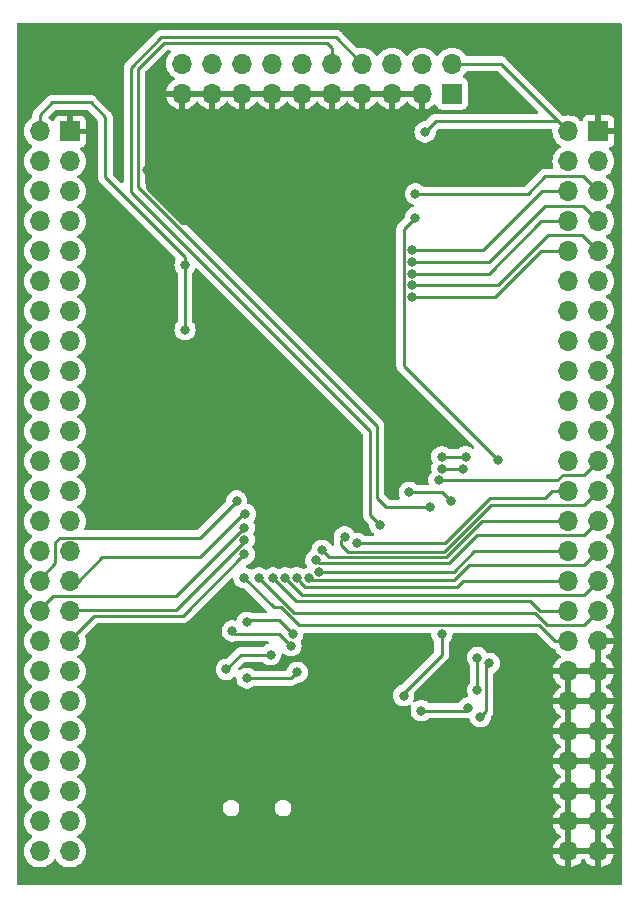
<source format=gbr>
%TF.GenerationSoftware,KiCad,Pcbnew,7.0.6*%
%TF.CreationDate,2023-07-14T13:54:37-07:00*%
%TF.ProjectId,pcb,7063622e-6b69-4636-9164-5f7063625858,rev?*%
%TF.SameCoordinates,Original*%
%TF.FileFunction,Copper,L2,Bot*%
%TF.FilePolarity,Positive*%
%FSLAX46Y46*%
G04 Gerber Fmt 4.6, Leading zero omitted, Abs format (unit mm)*
G04 Created by KiCad (PCBNEW 7.0.6) date 2023-07-14 13:54:37*
%MOMM*%
%LPD*%
G01*
G04 APERTURE LIST*
%TA.AperFunction,ComponentPad*%
%ADD10O,1.700000X1.700000*%
%TD*%
%TA.AperFunction,ComponentPad*%
%ADD11R,1.700000X1.700000*%
%TD*%
%TA.AperFunction,ViaPad*%
%ADD12C,0.800000*%
%TD*%
%TA.AperFunction,Conductor*%
%ADD13C,0.250000*%
%TD*%
G04 APERTURE END LIST*
D10*
%TO.P,J2,1,VTREF*%
%TO.N,BOOT0*%
X97620000Y-48460000D03*
D11*
%TO.P,J2,2,VCC/NC*%
%TO.N,unconnected-(J2-VCC{slash}NC-Pad2)*%
X97620000Y-51000000D03*
D10*
%TO.P,J2,3,~{TRST}*%
%TO.N,unconnected-(J2-~{TRST}-Pad3)*%
X95080000Y-48460000D03*
%TO.P,J2,4,GND*%
%TO.N,Earth*%
X95080000Y-51000000D03*
%TO.P,J2,5,TDI*%
%TO.N,unconnected-(J2-TDI-Pad5)*%
X92540000Y-48460000D03*
%TO.P,J2,6,GND*%
%TO.N,Earth*%
X92540000Y-51000000D03*
%TO.P,J2,7,TMS/SWDIO*%
%TO.N,PA13*%
X90000000Y-48460000D03*
%TO.P,J2,8,GND*%
%TO.N,Earth*%
X90000000Y-51000000D03*
%TO.P,J2,9,TCK/SWDCLK*%
%TO.N,PA14*%
X87460000Y-48460000D03*
%TO.P,J2,10,GND*%
%TO.N,Earth*%
X87460000Y-51000000D03*
%TO.P,J2,11,RTCK*%
%TO.N,unconnected-(J2-RTCK-Pad11)*%
X84920000Y-48460000D03*
%TO.P,J2,12,GND*%
%TO.N,Earth*%
X84920000Y-51000000D03*
%TO.P,J2,13,TDO/SWO*%
%TO.N,PB3*%
X82380000Y-48460000D03*
%TO.P,J2,14,GND*%
%TO.N,Earth*%
X82380000Y-51000000D03*
%TO.P,J2,15,~{SRST}*%
%TO.N,RESET*%
X79840000Y-48460000D03*
%TO.P,J2,16,GND*%
%TO.N,Earth*%
X79840000Y-51000000D03*
%TO.P,J2,17,DBGRQ/NC*%
%TO.N,unconnected-(J2-DBGRQ{slash}NC-Pad17)*%
X77300000Y-48460000D03*
%TO.P,J2,18,GND*%
%TO.N,Earth*%
X77300000Y-51000000D03*
%TO.P,J2,19,DBGACK/NC*%
%TO.N,unconnected-(J2-DBGACK{slash}NC-Pad19)*%
X74760000Y-48460000D03*
%TO.P,J2,20,GND*%
%TO.N,Earth*%
X74760000Y-51000000D03*
%TD*%
D11*
%TO.P,J4,1,Pin_1*%
%TO.N,Earth*%
X110000000Y-54200000D03*
D10*
%TO.P,J4,2,Pin_2*%
%TO.N,BOOT0*%
X107460000Y-54200000D03*
%TO.P,J4,3,Pin_3*%
%TO.N,PE0*%
X110000000Y-56740000D03*
%TO.P,J4,4,Pin_4*%
%TO.N,PE1*%
X107460000Y-56740000D03*
%TO.P,J4,5,Pin_5*%
%TO.N,PC14*%
X110000000Y-59280000D03*
%TO.P,J4,6,Pin_6*%
%TO.N,PE6*%
X107460000Y-59280000D03*
%TO.P,J4,7,Pin_7*%
%TO.N,PE5*%
X110000000Y-61820000D03*
%TO.P,J4,8,Pin_8*%
%TO.N,PE4*%
X107460000Y-61820000D03*
%TO.P,J4,9,Pin_9*%
%TO.N,PE3*%
X110000000Y-64360000D03*
%TO.P,J4,10,Pin_10*%
%TO.N,PE2*%
X107460000Y-64360000D03*
%TO.P,J4,11,Pin_11*%
%TO.N,PB8*%
X110000000Y-66900000D03*
%TO.P,J4,12,Pin_12*%
%TO.N,PB9*%
X107460000Y-66900000D03*
%TO.P,J4,13,Pin_13*%
%TO.N,PB6*%
X110000000Y-69440000D03*
%TO.P,J4,14,Pin_14*%
%TO.N,PB7*%
X107460000Y-69440000D03*
%TO.P,J4,15,Pin_15*%
%TO.N,PB4*%
X110000000Y-71980000D03*
%TO.P,J4,16,Pin_16*%
%TO.N,PB5*%
X107460000Y-71980000D03*
%TO.P,J4,17,Pin_17*%
%TO.N,PD6*%
X110000000Y-74520000D03*
%TO.P,J4,18,Pin_18*%
%TO.N,PD7*%
X107460000Y-74520000D03*
%TO.P,J4,19,Pin_19*%
%TO.N,PD4*%
X110000000Y-77060000D03*
%TO.P,J4,20,Pin_20*%
%TO.N,PD5*%
X107460000Y-77060000D03*
%TO.P,J4,21,Pin_21*%
%TO.N,PD1*%
X110000000Y-79600000D03*
%TO.P,J4,22,Pin_22*%
%TO.N,PD3*%
X107460000Y-79600000D03*
%TO.P,J4,23,Pin_23*%
%TO.N,PA15*%
X110000000Y-82140000D03*
%TO.P,J4,24,Pin_24*%
%TO.N,PD0*%
X107460000Y-82140000D03*
%TO.P,J4,25,Pin_25*%
%TO.N,PA8*%
X110000000Y-84680000D03*
%TO.P,J4,26,Pin_26*%
%TO.N,PA9*%
X107460000Y-84680000D03*
%TO.P,J4,27,Pin_27*%
%TO.N,PC6*%
X110000000Y-87220000D03*
%TO.P,J4,28,Pin_28*%
%TO.N,PC7*%
X107460000Y-87220000D03*
%TO.P,J4,29,Pin_29*%
%TO.N,PD14*%
X110000000Y-89760000D03*
%TO.P,J4,30,Pin_30*%
%TO.N,PD15*%
X107460000Y-89760000D03*
%TO.P,J4,31,Pin_31*%
%TO.N,PD12*%
X110000000Y-92300000D03*
%TO.P,J4,32,Pin_32*%
%TO.N,PD13*%
X107460000Y-92300000D03*
%TO.P,J4,33,Pin_33*%
%TO.N,PD10*%
X110000000Y-94840000D03*
%TO.P,J4,34,Pin_34*%
%TO.N,PD11*%
X107460000Y-94840000D03*
%TO.P,J4,35,Pin_35*%
%TO.N,Earth*%
X110000000Y-97380000D03*
%TO.P,J4,36,Pin_36*%
%TO.N,PD9*%
X107460000Y-97380000D03*
%TO.P,J4,37,Pin_37*%
%TO.N,Earth*%
X110000000Y-99920000D03*
%TO.P,J4,38,Pin_38*%
X107460000Y-99920000D03*
%TO.P,J4,39,Pin_39*%
X110000000Y-102460000D03*
%TO.P,J4,40,Pin_40*%
X107460000Y-102460000D03*
%TO.P,J4,41,Pin_41*%
X110000000Y-105000000D03*
%TO.P,J4,42,Pin_42*%
X107460000Y-105000000D03*
%TO.P,J4,43,Pin_43*%
X110000000Y-107540000D03*
%TO.P,J4,44,Pin_44*%
X107460000Y-107540000D03*
%TO.P,J4,45,Pin_45*%
X110000000Y-110080000D03*
%TO.P,J4,46,Pin_46*%
X107460000Y-110080000D03*
%TO.P,J4,47,Pin_47*%
X110000000Y-112620000D03*
%TO.P,J4,48,Pin_48*%
X107460000Y-112620000D03*
%TO.P,J4,49,Pin_49*%
X110000000Y-115160000D03*
%TO.P,J4,50,Pin_50*%
X107460000Y-115160000D03*
%TD*%
D11*
%TO.P,J5,1,Pin_1*%
%TO.N,Earth*%
X65250000Y-54210000D03*
D10*
%TO.P,J5,2,Pin_2*%
%TO.N,BOOT0*%
X62710000Y-54210000D03*
%TO.P,J5,3,Pin_3*%
%TO.N,PC0*%
X65250000Y-56750000D03*
%TO.P,J5,4,Pin_4*%
%TO.N,PC1*%
X62710000Y-56750000D03*
%TO.P,J5,5,Pin_5*%
%TO.N,PC2*%
X65250000Y-59290000D03*
%TO.P,J5,6,Pin_6*%
%TO.N,PC3*%
X62710000Y-59290000D03*
%TO.P,J5,7,Pin_7*%
%TO.N,PA0*%
X65250000Y-61830000D03*
%TO.P,J5,8,Pin_8*%
%TO.N,PA1*%
X62710000Y-61830000D03*
%TO.P,J5,9,Pin_9*%
%TO.N,PA2*%
X65250000Y-64370000D03*
%TO.P,J5,10,Pin_10*%
%TO.N,PA3*%
X62710000Y-64370000D03*
%TO.P,J5,11,Pin_11*%
%TO.N,PA4*%
X65250000Y-66910000D03*
%TO.P,J5,12,Pin_12*%
%TO.N,PA5*%
X62710000Y-66910000D03*
%TO.P,J5,13,Pin_13*%
%TO.N,PA6*%
X65250000Y-69450000D03*
%TO.P,J5,14,Pin_14*%
%TO.N,PA7*%
X62710000Y-69450000D03*
%TO.P,J5,15,Pin_15*%
%TO.N,PC4*%
X65250000Y-71990000D03*
%TO.P,J5,16,Pin_16*%
%TO.N,PC5*%
X62710000Y-71990000D03*
%TO.P,J5,17,Pin_17*%
%TO.N,PB0*%
X65250000Y-74530000D03*
%TO.P,J5,18,Pin_18*%
%TO.N,PB1*%
X62710000Y-74530000D03*
%TO.P,J5,19,Pin_19*%
%TO.N,PB2*%
X65250000Y-77070000D03*
%TO.P,J5,20,Pin_20*%
%TO.N,PE7*%
X62710000Y-77070000D03*
%TO.P,J5,21,Pin_21*%
%TO.N,PE8*%
X65250000Y-79610000D03*
%TO.P,J5,22,Pin_22*%
%TO.N,PE9*%
X62710000Y-79610000D03*
%TO.P,J5,23,Pin_23*%
%TO.N,PE10*%
X65250000Y-82150000D03*
%TO.P,J5,24,Pin_24*%
%TO.N,PE11*%
X62710000Y-82150000D03*
%TO.P,J5,25,Pin_25*%
%TO.N,PE12*%
X65250000Y-84690000D03*
%TO.P,J5,26,Pin_26*%
%TO.N,PE13*%
X62710000Y-84690000D03*
%TO.P,J5,27,Pin_27*%
%TO.N,PE14*%
X65250000Y-87230000D03*
%TO.P,J5,28,Pin_28*%
%TO.N,PE15*%
X62710000Y-87230000D03*
%TO.P,J5,29,Pin_29*%
%TO.N,PB10*%
X65250000Y-89770000D03*
%TO.P,J5,30,Pin_30*%
%TO.N,PB11*%
X62710000Y-89770000D03*
%TO.P,J5,31,Pin_31*%
%TO.N,PB13*%
X65250000Y-92310000D03*
%TO.P,J5,32,Pin_32*%
%TO.N,PB12*%
X62710000Y-92310000D03*
%TO.P,J5,33,Pin_33*%
%TO.N,PB15*%
X65250000Y-94850000D03*
%TO.P,J5,34,Pin_34*%
%TO.N,PB14*%
X62710000Y-94850000D03*
%TO.P,J5,35,Pin_35*%
%TO.N,PD8*%
X65250000Y-97390000D03*
%TO.P,J5,36,Pin_36*%
%TO.N,BOOT0*%
X62710000Y-97390000D03*
%TO.P,J5,37,Pin_37*%
X65250000Y-99930000D03*
%TO.P,J5,38,Pin_38*%
X62710000Y-99930000D03*
%TO.P,J5,39,Pin_39*%
X65250000Y-102470000D03*
%TO.P,J5,40,Pin_40*%
X62710000Y-102470000D03*
%TO.P,J5,41,Pin_41*%
X65250000Y-105010000D03*
%TO.P,J5,42,Pin_42*%
X62710000Y-105010000D03*
%TO.P,J5,43,Pin_43*%
X65250000Y-107550000D03*
%TO.P,J5,44,Pin_44*%
X62710000Y-107550000D03*
%TO.P,J5,45,Pin_45*%
X65250000Y-110090000D03*
%TO.P,J5,46,Pin_46*%
X62710000Y-110090000D03*
%TO.P,J5,47,Pin_47*%
X65250000Y-112630000D03*
%TO.P,J5,48,Pin_48*%
X62710000Y-112630000D03*
%TO.P,J5,49,Pin_49*%
X65250000Y-115170000D03*
%TO.P,J5,50,Pin_50*%
X62710000Y-115170000D03*
%TD*%
D12*
%TO.N,Earth*%
X71750000Y-57500000D03*
X87250000Y-63250000D03*
X93250000Y-54000000D03*
X86000000Y-100500000D03*
X103000000Y-54750000D03*
X69000000Y-99750000D03*
X68500000Y-96500000D03*
X76000000Y-62000000D03*
X85750000Y-106500000D03*
X82000000Y-103250000D03*
X94250000Y-107750000D03*
%TO.N,BOOT0*%
X93987701Y-84762299D03*
X97500000Y-85500000D03*
X95325000Y-54250000D03*
X75000000Y-65500000D03*
X75000000Y-71000000D03*
%TO.N,Net-(J3-VDD)*%
X93500451Y-101974951D03*
X96750000Y-96750000D03*
%TO.N,Net-(D3-A)*%
X82250000Y-98500000D03*
X78500000Y-99750000D03*
%TO.N,PA13*%
X91500000Y-87500000D03*
%TO.N,PA14*%
X95724500Y-86000000D03*
%TO.N,Net-(J3-DAT2)*%
X98500000Y-82750000D03*
X99750000Y-98750000D03*
X99762299Y-101487701D03*
X96750000Y-82749503D03*
%TO.N,Net-(J3-DAT3{slash}CD)*%
X100762299Y-99237701D03*
X98750000Y-81750000D03*
X96750000Y-81750000D03*
X100000000Y-103750000D03*
%TO.N,PD2*%
X99000000Y-103000000D03*
X95000000Y-103250000D03*
%TO.N,Net-(J3-DAT0)*%
X84127342Y-96762252D03*
X80250000Y-95775500D03*
%TO.N,Net-(J3-DAT1)*%
X79000000Y-96500000D03*
X83974500Y-97750000D03*
%TO.N,Net-(J3-DET)*%
X101500000Y-82000000D03*
X94500000Y-61500000D03*
%TO.N,Net-(U1-PA10)*%
X80250000Y-100500000D03*
X84500000Y-100000000D03*
%TO.N,PE2*%
X94250000Y-68250000D03*
%TO.N,PE3*%
X94250000Y-67250497D03*
%TO.N,PE4*%
X94250000Y-66250994D03*
%TO.N,PE5*%
X94250000Y-65251491D03*
%TO.N,PE6*%
X94250000Y-64251988D03*
%TO.N,PC14*%
X94500000Y-59500000D03*
%TO.N,PB12*%
X79374500Y-85500000D03*
%TO.N,PB13*%
X80112701Y-86612701D03*
%TO.N,PB14*%
X80000000Y-87750000D03*
%TO.N,PB15*%
X80012548Y-88762051D03*
%TO.N,PD8*%
X80012299Y-90012299D03*
%TO.N,PD9*%
X80000000Y-92000000D03*
%TO.N,PD10*%
X81250000Y-92000000D03*
%TO.N,PD11*%
X82459581Y-91999980D03*
%TO.N,PD12*%
X83459083Y-92000469D03*
%TO.N,PD13*%
X84458519Y-91989002D03*
%TO.N,PD14*%
X85457310Y-92026688D03*
%TO.N,PD15*%
X86304826Y-91496857D03*
%TO.N,PC6*%
X86088120Y-90521130D03*
%TO.N,PC7*%
X86600500Y-89662951D03*
%TO.N,PA15*%
X96500000Y-83750000D03*
%TO.N,PA8*%
X88529559Y-88525892D03*
%TO.N,PA9*%
X89553765Y-89075500D03*
%TD*%
D13*
%TO.N,PA14*%
X87460000Y-48460000D02*
X87460000Y-47160000D01*
X87460000Y-47160000D02*
X87000000Y-46700000D01*
X87000000Y-46700000D02*
X73186396Y-46700000D01*
X71000000Y-58886396D02*
X91250000Y-79136396D01*
X73186396Y-46700000D02*
X71000000Y-48886396D01*
X71000000Y-48886396D02*
X71000000Y-58886396D01*
X91250000Y-79136396D02*
X91250000Y-85250000D01*
X91250000Y-85250000D02*
X92000000Y-86000000D01*
X92000000Y-86000000D02*
X95724500Y-86000000D01*
%TO.N,PA13*%
X91500000Y-87500000D02*
X90681802Y-86681802D01*
X90681802Y-86681802D02*
X90681802Y-79568198D01*
X90681802Y-79568198D02*
X70431802Y-59318198D01*
X87790000Y-46250000D02*
X90000000Y-48460000D01*
X70431802Y-59318198D02*
X70431802Y-48818198D01*
X73000000Y-46250000D02*
X87790000Y-46250000D01*
X70431802Y-48818198D02*
X73000000Y-46250000D01*
%TO.N,Earth*%
X82000000Y-103250000D02*
X84250000Y-103250000D01*
X82000000Y-103250000D02*
X82500000Y-103250000D01*
X74750000Y-62000000D02*
X76000000Y-62000000D01*
X71750000Y-57500000D02*
X71750000Y-59000000D01*
X82500000Y-103250000D02*
X85750000Y-106500000D01*
X86000000Y-101500000D02*
X86000000Y-100500000D01*
X68500000Y-99250000D02*
X69000000Y-99750000D01*
X71750000Y-59000000D02*
X74750000Y-62000000D01*
X68500000Y-96500000D02*
X68500000Y-99250000D01*
X84250000Y-103250000D02*
X86000000Y-101500000D01*
%TO.N,BOOT0*%
X68250000Y-53000000D02*
X67000000Y-51750000D01*
X75000000Y-64838299D02*
X68250000Y-58088299D01*
X93987701Y-84762299D02*
X96762299Y-84762299D01*
X68250000Y-58088299D02*
X68250000Y-53000000D01*
X97620000Y-48460000D02*
X101720000Y-48460000D01*
X62710000Y-52790000D02*
X62710000Y-54210000D01*
X75000000Y-71000000D02*
X75000000Y-65500000D01*
X101720000Y-48460000D02*
X107460000Y-54200000D01*
X96225000Y-53350000D02*
X106610000Y-53350000D01*
X96762299Y-84762299D02*
X97500000Y-85500000D01*
X63750000Y-51750000D02*
X62710000Y-52790000D01*
X67000000Y-51750000D02*
X63750000Y-51750000D01*
X106610000Y-53350000D02*
X107460000Y-54200000D01*
X75000000Y-65500000D02*
X75000000Y-64838299D01*
X95325000Y-54250000D02*
X96225000Y-53350000D01*
%TO.N,Net-(J3-VDD)*%
X93500451Y-101749549D02*
X96750000Y-98500000D01*
X96750000Y-98500000D02*
X96750000Y-96750000D01*
X93500451Y-101974951D02*
X93500451Y-101749549D01*
%TO.N,Net-(D3-A)*%
X82250000Y-98500000D02*
X79750000Y-98500000D01*
X79750000Y-98500000D02*
X78500000Y-99750000D01*
%TO.N,Net-(J3-DAT2)*%
X98499503Y-82749503D02*
X98500000Y-82750000D01*
X99762299Y-98762299D02*
X99750000Y-98750000D01*
X99762299Y-101487701D02*
X99762299Y-98762299D01*
X96750000Y-82749503D02*
X98499503Y-82749503D01*
%TO.N,Net-(J3-DAT3{slash}CD)*%
X100000000Y-103750000D02*
X100487299Y-103262701D01*
X100487299Y-103262701D02*
X100487299Y-99512701D01*
X96750000Y-81750000D02*
X98750000Y-81750000D01*
X100487299Y-99512701D02*
X100762299Y-99237701D01*
%TO.N,PD2*%
X98750000Y-103250000D02*
X99000000Y-103000000D01*
X95000000Y-103250000D02*
X98750000Y-103250000D01*
%TO.N,Net-(J3-DAT0)*%
X80412952Y-95612548D02*
X80250000Y-95775500D01*
X82977638Y-95612548D02*
X80412952Y-95612548D01*
X84127342Y-96762252D02*
X82977638Y-95612548D01*
%TO.N,Net-(J3-DAT1)*%
X79000000Y-96500000D02*
X79250000Y-96750000D01*
X82974500Y-96750000D02*
X83974500Y-97750000D01*
X79250000Y-96750000D02*
X82974500Y-96750000D01*
%TO.N,Net-(J3-DET)*%
X101500000Y-82000000D02*
X93525000Y-74025000D01*
X93525000Y-74025000D02*
X93525000Y-62475000D01*
X93525000Y-62475000D02*
X94500000Y-61500000D01*
%TO.N,Net-(U1-PA10)*%
X84000000Y-100500000D02*
X84500000Y-100000000D01*
X80250000Y-100500000D02*
X84000000Y-100500000D01*
%TO.N,PE2*%
X94250000Y-68250000D02*
X101250000Y-68250000D01*
X105140000Y-64360000D02*
X107460000Y-64360000D01*
X101250000Y-68250000D02*
X105140000Y-64360000D01*
%TO.N,PE3*%
X105750000Y-63000000D02*
X108640000Y-63000000D01*
X94250000Y-67250497D02*
X101499503Y-67250497D01*
X101499503Y-67250497D02*
X105750000Y-63000000D01*
X108640000Y-63000000D02*
X110000000Y-64360000D01*
%TO.N,PE4*%
X100749006Y-66250994D02*
X94250000Y-66250994D01*
X107460000Y-61820000D02*
X105180000Y-61820000D01*
X105180000Y-61820000D02*
X100749006Y-66250994D01*
%TO.N,PE5*%
X108680000Y-60500000D02*
X110000000Y-61820000D01*
X100748509Y-65251491D02*
X105500000Y-60500000D01*
X94250000Y-65251491D02*
X100748509Y-65251491D01*
X105500000Y-60500000D02*
X108680000Y-60500000D01*
%TO.N,PE6*%
X107460000Y-59280000D02*
X105220000Y-59280000D01*
X105220000Y-59280000D02*
X100248012Y-64251988D01*
X100248012Y-64251988D02*
X94250000Y-64251988D01*
%TO.N,PC14*%
X105500000Y-58000000D02*
X108720000Y-58000000D01*
X94500000Y-59500000D02*
X104000000Y-59500000D01*
X104000000Y-59500000D02*
X105500000Y-58000000D01*
X108720000Y-58000000D02*
X110000000Y-59280000D01*
%TO.N,PB12*%
X64000000Y-89000000D02*
X64000000Y-90780000D01*
X64405000Y-88595000D02*
X64000000Y-89000000D01*
X76269500Y-88605000D02*
X65746701Y-88605000D01*
X79374500Y-85500000D02*
X76269500Y-88605000D01*
X64000000Y-90780000D02*
X62460000Y-92320000D01*
X65746701Y-88605000D02*
X65736701Y-88595000D01*
X65736701Y-88595000D02*
X64405000Y-88595000D01*
%TO.N,PB13*%
X76250000Y-90250000D02*
X68000000Y-90250000D01*
X79887299Y-86612701D02*
X76250000Y-90250000D01*
X65930000Y-92320000D02*
X65000000Y-92320000D01*
X80112701Y-86612701D02*
X79887299Y-86612701D01*
X68000000Y-90250000D02*
X65930000Y-92320000D01*
%TO.N,PB14*%
X80000000Y-87750000D02*
X74250000Y-93500000D01*
X74250000Y-93500000D02*
X63820000Y-93500000D01*
X63820000Y-93500000D02*
X62460000Y-94860000D01*
%TO.N,PB15*%
X74250000Y-94750000D02*
X65110000Y-94750000D01*
X80012548Y-88762051D02*
X80012548Y-88987452D01*
X80012548Y-88987452D02*
X74250000Y-94750000D01*
%TO.N,PD8*%
X65250000Y-97250000D02*
X67300000Y-95200000D01*
X67300000Y-95200000D02*
X74824598Y-95200000D01*
X74824598Y-95200000D02*
X80012299Y-90012299D01*
X65250000Y-97390000D02*
X65250000Y-97250000D01*
%TO.N,PD9*%
X84625000Y-96011396D02*
X104988604Y-96011396D01*
X82500000Y-94500000D02*
X83113604Y-94500000D01*
X80000000Y-92000000D02*
X82500000Y-94500000D01*
X106357208Y-97380000D02*
X107460000Y-97380000D01*
X83113604Y-94500000D02*
X84625000Y-96011396D01*
X104988604Y-96011396D02*
X106357208Y-97380000D01*
%TO.N,PD10*%
X84250000Y-95000000D02*
X104613604Y-95000000D01*
X104613604Y-95000000D02*
X105628604Y-96015000D01*
X105628604Y-96015000D02*
X108825000Y-96015000D01*
X81250000Y-92000000D02*
X84250000Y-95000000D01*
X108825000Y-96015000D02*
X110000000Y-94840000D01*
%TO.N,PD11*%
X82459581Y-91999980D02*
X82459581Y-92026272D01*
X104250000Y-94000000D02*
X105090000Y-94840000D01*
X82459581Y-92026272D02*
X84433309Y-94000000D01*
X84433309Y-94000000D02*
X104250000Y-94000000D01*
X105090000Y-94840000D02*
X107460000Y-94840000D01*
%TO.N,PD12*%
X108825000Y-93475000D02*
X110000000Y-92300000D01*
X83459083Y-92014871D02*
X84919212Y-93475000D01*
X83459083Y-92000469D02*
X83459083Y-92014871D01*
X84919212Y-93475000D02*
X108825000Y-93475000D01*
%TO.N,PD13*%
X84732310Y-92262793D02*
X84732310Y-92326993D01*
X84458519Y-91989002D02*
X84732310Y-92262793D01*
X98550000Y-92300000D02*
X107460000Y-92300000D01*
X97998312Y-92751688D02*
X98500000Y-92250000D01*
X98500000Y-92250000D02*
X98550000Y-92300000D01*
X84732310Y-92326993D02*
X85157005Y-92751688D01*
X85157005Y-92751688D02*
X97998312Y-92751688D01*
%TO.N,PD14*%
X97778143Y-92221857D02*
X85652479Y-92221857D01*
X110000000Y-89760000D02*
X108825000Y-90935000D01*
X108825000Y-90935000D02*
X99065000Y-90935000D01*
X85652479Y-92221857D02*
X85457310Y-92026688D01*
X99065000Y-90935000D02*
X97778143Y-92221857D01*
%TO.N,PD15*%
X97753143Y-91496857D02*
X86304826Y-91496857D01*
X99490000Y-89760000D02*
X97753143Y-91496857D01*
X107460000Y-89760000D02*
X99490000Y-89760000D01*
%TO.N,PC6*%
X97331636Y-90750000D02*
X99686637Y-88395000D01*
X86316990Y-90750000D02*
X97331636Y-90750000D01*
X86088120Y-90521130D02*
X86316990Y-90750000D01*
X99686637Y-88395000D02*
X108825000Y-88395000D01*
X108825000Y-88395000D02*
X110000000Y-87220000D01*
%TO.N,PC7*%
X100161637Y-87220000D02*
X107460000Y-87220000D01*
X97131636Y-90250000D02*
X100161637Y-87220000D01*
X86600500Y-89662951D02*
X87187549Y-90250000D01*
X87187549Y-90250000D02*
X97131636Y-90250000D01*
%TO.N,PA15*%
X106973299Y-83315000D02*
X108825000Y-83315000D01*
X96500000Y-83750000D02*
X106538299Y-83750000D01*
X108825000Y-83315000D02*
X110000000Y-82140000D01*
X106538299Y-83750000D02*
X106973299Y-83315000D01*
%TO.N,PA8*%
X88250000Y-88805451D02*
X88250000Y-89250000D01*
X88250000Y-89250000D02*
X88800000Y-89800000D01*
X100890241Y-85855000D02*
X108825000Y-85855000D01*
X88529559Y-88525892D02*
X88250000Y-88805451D01*
X88800000Y-89800000D02*
X96945240Y-89800000D01*
X96945240Y-89800000D02*
X100890241Y-85855000D01*
X108825000Y-85855000D02*
X110000000Y-84680000D01*
%TO.N,PA9*%
X106070000Y-84680000D02*
X107460000Y-84680000D01*
X97033345Y-89075500D02*
X100858845Y-85250000D01*
X89553765Y-89075500D02*
X97033345Y-89075500D01*
X100858845Y-85250000D02*
X105500000Y-85250000D01*
X105500000Y-85250000D02*
X106070000Y-84680000D01*
%TD*%
%TA.AperFunction,Conductor*%
%TO.N,Earth*%
G36*
X109540507Y-114950156D02*
G01*
X109500000Y-115088111D01*
X109500000Y-115231889D01*
X109540507Y-115369844D01*
X109566314Y-115410000D01*
X107893686Y-115410000D01*
X107919493Y-115369844D01*
X107960000Y-115231889D01*
X107960000Y-115088111D01*
X107919493Y-114950156D01*
X107893686Y-114910000D01*
X109566314Y-114910000D01*
X109540507Y-114950156D01*
G37*
%TD.AperFunction*%
%TA.AperFunction,Conductor*%
G36*
X107710000Y-114724498D02*
G01*
X107602315Y-114675320D01*
X107495763Y-114660000D01*
X107424237Y-114660000D01*
X107317685Y-114675320D01*
X107210000Y-114724498D01*
X107210000Y-113055501D01*
X107317685Y-113104680D01*
X107424237Y-113120000D01*
X107495763Y-113120000D01*
X107602315Y-113104680D01*
X107710000Y-113055501D01*
X107710000Y-114724498D01*
G37*
%TD.AperFunction*%
%TA.AperFunction,Conductor*%
G36*
X110250000Y-114724498D02*
G01*
X110142315Y-114675320D01*
X110035763Y-114660000D01*
X109964237Y-114660000D01*
X109857685Y-114675320D01*
X109750000Y-114724498D01*
X109750000Y-113055501D01*
X109857685Y-113104680D01*
X109964237Y-113120000D01*
X110035763Y-113120000D01*
X110142315Y-113104680D01*
X110250000Y-113055501D01*
X110250000Y-114724498D01*
G37*
%TD.AperFunction*%
%TA.AperFunction,Conductor*%
G36*
X109540507Y-112410156D02*
G01*
X109500000Y-112548111D01*
X109500000Y-112691889D01*
X109540507Y-112829844D01*
X109566314Y-112870000D01*
X107893686Y-112870000D01*
X107919493Y-112829844D01*
X107960000Y-112691889D01*
X107960000Y-112548111D01*
X107919493Y-112410156D01*
X107893686Y-112370000D01*
X109566314Y-112370000D01*
X109540507Y-112410156D01*
G37*
%TD.AperFunction*%
%TA.AperFunction,Conductor*%
G36*
X107710000Y-112184498D02*
G01*
X107602315Y-112135320D01*
X107495763Y-112120000D01*
X107424237Y-112120000D01*
X107317685Y-112135320D01*
X107210000Y-112184498D01*
X107210000Y-110515501D01*
X107317685Y-110564680D01*
X107424237Y-110580000D01*
X107495763Y-110580000D01*
X107602315Y-110564680D01*
X107710000Y-110515501D01*
X107710000Y-112184498D01*
G37*
%TD.AperFunction*%
%TA.AperFunction,Conductor*%
G36*
X110250000Y-112184498D02*
G01*
X110142315Y-112135320D01*
X110035763Y-112120000D01*
X109964237Y-112120000D01*
X109857685Y-112135320D01*
X109750000Y-112184498D01*
X109750000Y-110515501D01*
X109857685Y-110564680D01*
X109964237Y-110580000D01*
X110035763Y-110580000D01*
X110142315Y-110564680D01*
X110250000Y-110515501D01*
X110250000Y-112184498D01*
G37*
%TD.AperFunction*%
%TA.AperFunction,Conductor*%
G36*
X109540507Y-109870156D02*
G01*
X109500000Y-110008111D01*
X109500000Y-110151889D01*
X109540507Y-110289844D01*
X109566314Y-110330000D01*
X107893686Y-110330000D01*
X107919493Y-110289844D01*
X107960000Y-110151889D01*
X107960000Y-110008111D01*
X107919493Y-109870156D01*
X107893686Y-109830000D01*
X109566314Y-109830000D01*
X109540507Y-109870156D01*
G37*
%TD.AperFunction*%
%TA.AperFunction,Conductor*%
G36*
X107710000Y-109644498D02*
G01*
X107602315Y-109595320D01*
X107495763Y-109580000D01*
X107424237Y-109580000D01*
X107317685Y-109595320D01*
X107210000Y-109644498D01*
X107210000Y-107975501D01*
X107317685Y-108024680D01*
X107424237Y-108040000D01*
X107495763Y-108040000D01*
X107602315Y-108024680D01*
X107710000Y-107975501D01*
X107710000Y-109644498D01*
G37*
%TD.AperFunction*%
%TA.AperFunction,Conductor*%
G36*
X110250000Y-109644498D02*
G01*
X110142315Y-109595320D01*
X110035763Y-109580000D01*
X109964237Y-109580000D01*
X109857685Y-109595320D01*
X109750000Y-109644498D01*
X109750000Y-107975501D01*
X109857685Y-108024680D01*
X109964237Y-108040000D01*
X110035763Y-108040000D01*
X110142315Y-108024680D01*
X110250000Y-107975501D01*
X110250000Y-109644498D01*
G37*
%TD.AperFunction*%
%TA.AperFunction,Conductor*%
G36*
X109540507Y-107330156D02*
G01*
X109500000Y-107468111D01*
X109500000Y-107611889D01*
X109540507Y-107749844D01*
X109566314Y-107790000D01*
X107893686Y-107790000D01*
X107919493Y-107749844D01*
X107960000Y-107611889D01*
X107960000Y-107468111D01*
X107919493Y-107330156D01*
X107893686Y-107290000D01*
X109566314Y-107290000D01*
X109540507Y-107330156D01*
G37*
%TD.AperFunction*%
%TA.AperFunction,Conductor*%
G36*
X107710000Y-107104498D02*
G01*
X107602315Y-107055320D01*
X107495763Y-107040000D01*
X107424237Y-107040000D01*
X107317685Y-107055320D01*
X107210000Y-107104498D01*
X107210000Y-105435501D01*
X107317685Y-105484680D01*
X107424237Y-105500000D01*
X107495763Y-105500000D01*
X107602315Y-105484680D01*
X107710000Y-105435501D01*
X107710000Y-107104498D01*
G37*
%TD.AperFunction*%
%TA.AperFunction,Conductor*%
G36*
X110250000Y-107104498D02*
G01*
X110142315Y-107055320D01*
X110035763Y-107040000D01*
X109964237Y-107040000D01*
X109857685Y-107055320D01*
X109750000Y-107104498D01*
X109750000Y-105435501D01*
X109857685Y-105484680D01*
X109964237Y-105500000D01*
X110035763Y-105500000D01*
X110142315Y-105484680D01*
X110250000Y-105435501D01*
X110250000Y-107104498D01*
G37*
%TD.AperFunction*%
%TA.AperFunction,Conductor*%
G36*
X109540507Y-104790156D02*
G01*
X109500000Y-104928111D01*
X109500000Y-105071889D01*
X109540507Y-105209844D01*
X109566314Y-105250000D01*
X107893686Y-105250000D01*
X107919493Y-105209844D01*
X107960000Y-105071889D01*
X107960000Y-104928111D01*
X107919493Y-104790156D01*
X107893686Y-104750000D01*
X109566314Y-104750000D01*
X109540507Y-104790156D01*
G37*
%TD.AperFunction*%
%TA.AperFunction,Conductor*%
G36*
X107710000Y-104564498D02*
G01*
X107602315Y-104515320D01*
X107495763Y-104500000D01*
X107424237Y-104500000D01*
X107317685Y-104515320D01*
X107210000Y-104564498D01*
X107210000Y-102895501D01*
X107317685Y-102944680D01*
X107424237Y-102960000D01*
X107495763Y-102960000D01*
X107602315Y-102944680D01*
X107710000Y-102895501D01*
X107710000Y-104564498D01*
G37*
%TD.AperFunction*%
%TA.AperFunction,Conductor*%
G36*
X110250000Y-104564498D02*
G01*
X110142315Y-104515320D01*
X110035763Y-104500000D01*
X109964237Y-104500000D01*
X109857685Y-104515320D01*
X109750000Y-104564498D01*
X109750000Y-102895501D01*
X109857685Y-102944680D01*
X109964237Y-102960000D01*
X110035763Y-102960000D01*
X110142315Y-102944680D01*
X110250000Y-102895501D01*
X110250000Y-104564498D01*
G37*
%TD.AperFunction*%
%TA.AperFunction,Conductor*%
G36*
X109540507Y-102250156D02*
G01*
X109500000Y-102388111D01*
X109500000Y-102531889D01*
X109540507Y-102669844D01*
X109566314Y-102710000D01*
X107893686Y-102710000D01*
X107919493Y-102669844D01*
X107960000Y-102531889D01*
X107960000Y-102388111D01*
X107919493Y-102250156D01*
X107893686Y-102210000D01*
X109566314Y-102210000D01*
X109540507Y-102250156D01*
G37*
%TD.AperFunction*%
%TA.AperFunction,Conductor*%
G36*
X107710000Y-102024498D02*
G01*
X107602315Y-101975320D01*
X107495763Y-101960000D01*
X107424237Y-101960000D01*
X107317685Y-101975320D01*
X107210000Y-102024498D01*
X107210000Y-100355501D01*
X107317685Y-100404680D01*
X107424237Y-100420000D01*
X107495763Y-100420000D01*
X107602315Y-100404680D01*
X107710000Y-100355501D01*
X107710000Y-102024498D01*
G37*
%TD.AperFunction*%
%TA.AperFunction,Conductor*%
G36*
X110250000Y-102024498D02*
G01*
X110142315Y-101975320D01*
X110035763Y-101960000D01*
X109964237Y-101960000D01*
X109857685Y-101975320D01*
X109750000Y-102024498D01*
X109750000Y-100355501D01*
X109857685Y-100404680D01*
X109964237Y-100420000D01*
X110035763Y-100420000D01*
X110142315Y-100404680D01*
X110250000Y-100355501D01*
X110250000Y-102024498D01*
G37*
%TD.AperFunction*%
%TA.AperFunction,Conductor*%
G36*
X109540507Y-99710156D02*
G01*
X109500000Y-99848111D01*
X109500000Y-99991889D01*
X109540507Y-100129844D01*
X109566314Y-100170000D01*
X107893686Y-100170000D01*
X107919493Y-100129844D01*
X107960000Y-99991889D01*
X107960000Y-99848111D01*
X107919493Y-99710156D01*
X107893686Y-99670000D01*
X109566314Y-99670000D01*
X109540507Y-99710156D01*
G37*
%TD.AperFunction*%
%TA.AperFunction,Conductor*%
G36*
X110250000Y-99484498D02*
G01*
X110142315Y-99435320D01*
X110035763Y-99420000D01*
X109964237Y-99420000D01*
X109857685Y-99435320D01*
X109750000Y-99484498D01*
X109750000Y-97815501D01*
X109857685Y-97864680D01*
X109964237Y-97880000D01*
X110035763Y-97880000D01*
X110142315Y-97864680D01*
X110250000Y-97815501D01*
X110250000Y-99484498D01*
G37*
%TD.AperFunction*%
%TA.AperFunction,Conductor*%
G36*
X66756587Y-52395185D02*
G01*
X66777229Y-52411819D01*
X67588181Y-53222771D01*
X67621666Y-53284094D01*
X67624500Y-53310452D01*
X67624500Y-58005554D01*
X67622775Y-58021171D01*
X67623061Y-58021198D01*
X67622326Y-58028964D01*
X67624500Y-58098113D01*
X67624500Y-58127642D01*
X67624501Y-58127659D01*
X67625368Y-58134530D01*
X67625826Y-58140349D01*
X67627290Y-58186923D01*
X67627291Y-58186926D01*
X67632880Y-58206166D01*
X67636824Y-58225210D01*
X67639336Y-58245091D01*
X67641876Y-58251506D01*
X67656490Y-58288418D01*
X67658382Y-58293946D01*
X67671381Y-58338687D01*
X67681580Y-58355933D01*
X67690138Y-58373402D01*
X67697514Y-58392031D01*
X67724898Y-58429722D01*
X67728106Y-58434606D01*
X67751827Y-58474715D01*
X67751833Y-58474723D01*
X67765990Y-58488879D01*
X67778628Y-58503675D01*
X67790405Y-58519885D01*
X67790406Y-58519886D01*
X67826309Y-58549587D01*
X67830620Y-58553509D01*
X71097110Y-61819999D01*
X74191925Y-64914814D01*
X74225410Y-64976137D01*
X74220426Y-65045829D01*
X74211631Y-65064495D01*
X74172821Y-65131715D01*
X74172818Y-65131722D01*
X74114327Y-65311740D01*
X74114326Y-65311744D01*
X74094540Y-65500000D01*
X74114326Y-65688256D01*
X74114327Y-65688259D01*
X74172818Y-65868277D01*
X74172821Y-65868284D01*
X74267467Y-66032216D01*
X74310772Y-66080310D01*
X74342650Y-66115715D01*
X74372880Y-66178706D01*
X74374500Y-66198687D01*
X74374500Y-70301312D01*
X74354815Y-70368351D01*
X74342650Y-70384284D01*
X74267466Y-70467784D01*
X74172821Y-70631715D01*
X74172818Y-70631722D01*
X74114381Y-70811575D01*
X74114326Y-70811744D01*
X74094540Y-71000000D01*
X74114326Y-71188256D01*
X74114327Y-71188259D01*
X74172818Y-71368277D01*
X74172821Y-71368284D01*
X74267467Y-71532216D01*
X74394129Y-71672888D01*
X74547265Y-71784148D01*
X74547270Y-71784151D01*
X74720192Y-71861142D01*
X74720197Y-71861144D01*
X74905354Y-71900500D01*
X74905355Y-71900500D01*
X75094644Y-71900500D01*
X75094646Y-71900500D01*
X75279803Y-71861144D01*
X75452730Y-71784151D01*
X75605871Y-71672888D01*
X75732533Y-71532216D01*
X75827179Y-71368284D01*
X75885674Y-71188256D01*
X75905460Y-71000000D01*
X75885674Y-70811744D01*
X75827179Y-70631716D01*
X75732533Y-70467784D01*
X75732532Y-70467784D01*
X75657350Y-70384284D01*
X75627120Y-70321292D01*
X75625500Y-70301312D01*
X75625500Y-66198687D01*
X75645185Y-66131648D01*
X75657350Y-66115715D01*
X75675891Y-66095122D01*
X75732533Y-66032216D01*
X75827179Y-65868284D01*
X75827182Y-65868275D01*
X75830893Y-65856855D01*
X75870330Y-65799179D01*
X75934688Y-65771980D01*
X76003534Y-65783894D01*
X76036505Y-65807491D01*
X90019983Y-79790969D01*
X90053468Y-79852292D01*
X90056302Y-79878650D01*
X90056302Y-86599057D01*
X90054577Y-86614674D01*
X90054863Y-86614701D01*
X90054128Y-86622467D01*
X90056302Y-86691616D01*
X90056302Y-86721145D01*
X90056303Y-86721162D01*
X90057170Y-86728033D01*
X90057628Y-86733852D01*
X90059092Y-86780426D01*
X90059093Y-86780429D01*
X90064682Y-86799669D01*
X90068626Y-86818713D01*
X90069688Y-86827112D01*
X90071138Y-86838593D01*
X90088292Y-86881921D01*
X90090184Y-86887449D01*
X90103183Y-86932190D01*
X90113382Y-86949436D01*
X90121940Y-86966905D01*
X90129316Y-86985534D01*
X90156700Y-87023225D01*
X90159908Y-87028109D01*
X90183629Y-87068218D01*
X90183635Y-87068226D01*
X90197792Y-87082382D01*
X90210430Y-87097178D01*
X90222207Y-87113388D01*
X90222208Y-87113389D01*
X90258111Y-87143090D01*
X90262422Y-87147012D01*
X90427150Y-87311740D01*
X90561038Y-87445628D01*
X90594523Y-87506951D01*
X90596678Y-87520347D01*
X90601029Y-87561740D01*
X90614326Y-87688256D01*
X90614327Y-87688259D01*
X90672818Y-87868277D01*
X90672821Y-87868284D01*
X90767467Y-88032216D01*
X90852098Y-88126208D01*
X90894129Y-88172888D01*
X90966794Y-88225682D01*
X91009460Y-88281011D01*
X91015439Y-88350625D01*
X90982834Y-88412420D01*
X90921995Y-88446777D01*
X90893909Y-88450000D01*
X90257513Y-88450000D01*
X90190474Y-88430315D01*
X90165365Y-88408974D01*
X90159638Y-88402614D01*
X90159634Y-88402610D01*
X90006499Y-88291351D01*
X90006494Y-88291348D01*
X89833572Y-88214357D01*
X89833567Y-88214355D01*
X89651605Y-88175679D01*
X89648411Y-88175000D01*
X89459119Y-88175000D01*
X89459114Y-88175000D01*
X89452651Y-88175679D01*
X89452349Y-88172805D01*
X89395223Y-88168395D01*
X89339527Y-88126208D01*
X89331833Y-88114471D01*
X89262092Y-87993676D01*
X89135430Y-87853004D01*
X89135429Y-87853003D01*
X88982293Y-87741743D01*
X88982288Y-87741740D01*
X88809366Y-87664749D01*
X88809361Y-87664747D01*
X88663559Y-87633757D01*
X88624205Y-87625392D01*
X88434913Y-87625392D01*
X88402456Y-87632290D01*
X88249756Y-87664747D01*
X88249751Y-87664749D01*
X88076829Y-87741740D01*
X88076824Y-87741743D01*
X87923688Y-87853003D01*
X87797025Y-87993677D01*
X87702380Y-88157607D01*
X87702377Y-88157614D01*
X87643886Y-88337632D01*
X87643885Y-88337636D01*
X87631760Y-88453002D01*
X87624099Y-88525892D01*
X87636838Y-88647105D01*
X87633622Y-88690900D01*
X87624500Y-88726427D01*
X87624500Y-88746467D01*
X87622973Y-88765866D01*
X87619840Y-88785645D01*
X87619839Y-88785648D01*
X87624224Y-88832035D01*
X87624499Y-88837872D01*
X87624500Y-89167255D01*
X87622128Y-89188734D01*
X87622365Y-89188768D01*
X87622362Y-89188789D01*
X87622045Y-89189483D01*
X87621513Y-89194306D01*
X87620624Y-89198283D01*
X87618275Y-89197758D01*
X87593394Y-89252371D01*
X87534650Y-89290199D01*
X87464781Y-89290262D01*
X87405968Y-89252540D01*
X87392225Y-89233260D01*
X87333033Y-89130735D01*
X87206371Y-88990063D01*
X87206370Y-88990062D01*
X87053234Y-88878802D01*
X87053229Y-88878799D01*
X86880307Y-88801808D01*
X86880302Y-88801806D01*
X86711212Y-88765866D01*
X86695146Y-88762451D01*
X86505854Y-88762451D01*
X86489788Y-88765866D01*
X86320697Y-88801806D01*
X86320692Y-88801808D01*
X86147770Y-88878799D01*
X86147765Y-88878802D01*
X85994629Y-88990062D01*
X85867966Y-89130736D01*
X85773321Y-89294666D01*
X85773318Y-89294673D01*
X85721928Y-89452837D01*
X85714826Y-89474695D01*
X85706519Y-89553732D01*
X85697214Y-89642262D01*
X85670629Y-89706877D01*
X85640402Y-89732822D01*
X85640647Y-89733159D01*
X85636496Y-89736174D01*
X85635910Y-89736678D01*
X85635390Y-89736977D01*
X85482249Y-89848241D01*
X85355586Y-89988915D01*
X85260941Y-90152845D01*
X85260938Y-90152852D01*
X85234681Y-90233664D01*
X85202446Y-90332874D01*
X85182660Y-90521130D01*
X85202446Y-90709386D01*
X85202447Y-90709389D01*
X85260938Y-90889407D01*
X85260941Y-90889414D01*
X85292476Y-90944035D01*
X85308483Y-90971759D01*
X85324956Y-91039659D01*
X85302103Y-91105686D01*
X85247182Y-91148877D01*
X85226879Y-91155049D01*
X85177505Y-91165544D01*
X85044273Y-91224863D01*
X84975023Y-91234147D01*
X84920952Y-91211900D01*
X84911254Y-91204854D01*
X84911248Y-91204850D01*
X84738326Y-91127859D01*
X84738321Y-91127857D01*
X84592520Y-91096867D01*
X84553165Y-91088502D01*
X84363873Y-91088502D01*
X84331416Y-91095400D01*
X84178716Y-91127857D01*
X84178711Y-91127859D01*
X83999853Y-91207494D01*
X83999024Y-91205632D01*
X83940447Y-91219829D01*
X83895938Y-91209250D01*
X83738889Y-91139326D01*
X83738885Y-91139324D01*
X83593083Y-91108334D01*
X83553729Y-91099969D01*
X83364437Y-91099969D01*
X83331980Y-91106867D01*
X83179280Y-91139324D01*
X83179275Y-91139326D01*
X83010317Y-91214553D01*
X82941067Y-91223838D01*
X82909445Y-91214553D01*
X82739388Y-91138837D01*
X82739383Y-91138835D01*
X82583424Y-91105686D01*
X82554227Y-91099480D01*
X82364935Y-91099480D01*
X82335738Y-91105686D01*
X82179778Y-91138835D01*
X82179773Y-91138837D01*
X82006851Y-91215828D01*
X81927660Y-91273363D01*
X81861853Y-91296842D01*
X81793799Y-91281016D01*
X81781891Y-91273362D01*
X81702734Y-91215851D01*
X81702729Y-91215848D01*
X81529807Y-91138857D01*
X81529802Y-91138855D01*
X81373749Y-91105686D01*
X81344646Y-91099500D01*
X81155354Y-91099500D01*
X81126251Y-91105686D01*
X80970197Y-91138855D01*
X80970192Y-91138857D01*
X80797271Y-91215848D01*
X80697885Y-91288056D01*
X80632078Y-91311535D01*
X80564025Y-91295709D01*
X80552115Y-91288056D01*
X80489463Y-91242537D01*
X80452730Y-91215849D01*
X80452728Y-91215848D01*
X80452729Y-91215848D01*
X80279807Y-91138857D01*
X80279803Y-91138856D01*
X80232241Y-91128746D01*
X80170760Y-91095553D01*
X80136983Y-91034390D01*
X80141637Y-90964675D01*
X80183242Y-90908543D01*
X80232237Y-90886167D01*
X80292102Y-90873443D01*
X80292106Y-90873441D01*
X80292107Y-90873441D01*
X80350357Y-90847505D01*
X80465029Y-90796450D01*
X80618170Y-90685187D01*
X80744832Y-90544515D01*
X80839478Y-90380583D01*
X80897973Y-90200555D01*
X80917759Y-90012299D01*
X80897973Y-89824043D01*
X80839478Y-89644015D01*
X80744832Y-89480083D01*
X80736011Y-89470286D01*
X80705780Y-89407297D01*
X80714403Y-89337962D01*
X80736008Y-89304342D01*
X80745081Y-89294267D01*
X80839727Y-89130335D01*
X80898222Y-88950307D01*
X80918008Y-88762051D01*
X80898222Y-88573795D01*
X80841915Y-88400500D01*
X80839729Y-88393773D01*
X80839728Y-88393772D01*
X80839727Y-88393767D01*
X80789722Y-88307156D01*
X80773250Y-88239258D01*
X80789721Y-88183162D01*
X80827179Y-88118284D01*
X80885674Y-87938256D01*
X80905460Y-87750000D01*
X80885674Y-87561744D01*
X80827179Y-87381716D01*
X80795975Y-87327669D01*
X80779503Y-87259772D01*
X80802355Y-87193745D01*
X80811209Y-87182704D01*
X80845234Y-87144917D01*
X80939880Y-86980985D01*
X80998375Y-86800957D01*
X81018161Y-86612701D01*
X80998375Y-86424445D01*
X80939880Y-86244417D01*
X80845234Y-86080485D01*
X80718572Y-85939813D01*
X80718571Y-85939812D01*
X80565435Y-85828552D01*
X80565430Y-85828549D01*
X80392508Y-85751558D01*
X80392505Y-85751557D01*
X80365765Y-85745873D01*
X80304283Y-85712679D01*
X80270508Y-85651515D01*
X80268227Y-85611629D01*
X80279960Y-85500000D01*
X80260174Y-85311744D01*
X80201679Y-85131716D01*
X80107033Y-84967784D01*
X79980371Y-84827112D01*
X79929851Y-84790407D01*
X79827234Y-84715851D01*
X79827229Y-84715848D01*
X79654307Y-84638857D01*
X79654302Y-84638855D01*
X79508500Y-84607865D01*
X79469146Y-84599500D01*
X79279854Y-84599500D01*
X79247397Y-84606398D01*
X79094697Y-84638855D01*
X79094692Y-84638857D01*
X78921770Y-84715848D01*
X78921765Y-84715851D01*
X78768629Y-84827111D01*
X78641966Y-84967785D01*
X78547321Y-85131715D01*
X78547318Y-85131722D01*
X78528870Y-85188501D01*
X78488826Y-85311744D01*
X78480833Y-85387799D01*
X78471179Y-85479649D01*
X78444594Y-85544263D01*
X78435539Y-85554368D01*
X76046728Y-87943181D01*
X75985405Y-87976666D01*
X75959047Y-87979500D01*
X66585256Y-87979500D01*
X66518217Y-87959815D01*
X66472462Y-87907011D01*
X66462518Y-87837853D01*
X66472874Y-87803095D01*
X66476767Y-87794745D01*
X66523903Y-87693663D01*
X66585063Y-87465408D01*
X66605659Y-87230000D01*
X66585063Y-86994592D01*
X66527678Y-86780426D01*
X66523905Y-86766344D01*
X66523904Y-86766343D01*
X66523903Y-86766337D01*
X66424035Y-86552171D01*
X66418425Y-86544158D01*
X66288494Y-86358597D01*
X66121402Y-86191506D01*
X66121396Y-86191501D01*
X65935842Y-86061575D01*
X65892217Y-86006998D01*
X65885023Y-85937500D01*
X65916546Y-85875145D01*
X65935842Y-85858425D01*
X66002509Y-85811744D01*
X66121401Y-85728495D01*
X66288495Y-85561401D01*
X66424035Y-85367830D01*
X66523903Y-85153663D01*
X66585063Y-84925408D01*
X66605659Y-84690000D01*
X66585063Y-84454592D01*
X66523903Y-84226337D01*
X66424035Y-84012171D01*
X66418425Y-84004158D01*
X66288494Y-83818597D01*
X66121402Y-83651506D01*
X66121396Y-83651501D01*
X65935842Y-83521575D01*
X65892217Y-83466998D01*
X65885023Y-83397500D01*
X65916546Y-83335145D01*
X65935842Y-83318425D01*
X65958026Y-83302891D01*
X66121401Y-83188495D01*
X66288495Y-83021401D01*
X66424035Y-82827830D01*
X66523903Y-82613663D01*
X66585063Y-82385408D01*
X66605659Y-82150000D01*
X66585063Y-81914592D01*
X66523903Y-81686337D01*
X66424035Y-81472171D01*
X66420964Y-81467784D01*
X66288494Y-81278597D01*
X66121402Y-81111506D01*
X66121396Y-81111501D01*
X65935842Y-80981575D01*
X65892217Y-80926998D01*
X65885023Y-80857500D01*
X65916546Y-80795145D01*
X65935842Y-80778425D01*
X65958026Y-80762891D01*
X66121401Y-80648495D01*
X66288495Y-80481401D01*
X66424035Y-80287830D01*
X66523903Y-80073663D01*
X66585063Y-79845408D01*
X66605659Y-79610000D01*
X66585063Y-79374592D01*
X66523903Y-79146337D01*
X66424035Y-78932171D01*
X66418425Y-78924158D01*
X66288494Y-78738597D01*
X66121402Y-78571506D01*
X66121396Y-78571501D01*
X65935842Y-78441575D01*
X65892217Y-78386998D01*
X65885023Y-78317500D01*
X65916546Y-78255145D01*
X65935842Y-78238425D01*
X65958026Y-78222891D01*
X66121401Y-78108495D01*
X66288495Y-77941401D01*
X66424035Y-77747830D01*
X66523903Y-77533663D01*
X66585063Y-77305408D01*
X66605659Y-77070000D01*
X66585063Y-76834592D01*
X66523903Y-76606337D01*
X66424035Y-76392171D01*
X66418425Y-76384158D01*
X66288494Y-76198597D01*
X66121402Y-76031506D01*
X66121396Y-76031501D01*
X65935842Y-75901575D01*
X65892217Y-75846998D01*
X65885023Y-75777500D01*
X65916546Y-75715145D01*
X65935842Y-75698425D01*
X65958026Y-75682891D01*
X66121401Y-75568495D01*
X66288495Y-75401401D01*
X66424035Y-75207830D01*
X66523903Y-74993663D01*
X66585063Y-74765408D01*
X66605659Y-74530000D01*
X66585063Y-74294592D01*
X66523903Y-74066337D01*
X66424035Y-73852171D01*
X66418425Y-73844158D01*
X66288494Y-73658597D01*
X66121402Y-73491506D01*
X66121396Y-73491501D01*
X65935842Y-73361575D01*
X65892217Y-73306998D01*
X65885023Y-73237500D01*
X65916546Y-73175145D01*
X65935842Y-73158425D01*
X65958026Y-73142891D01*
X66121401Y-73028495D01*
X66288495Y-72861401D01*
X66424035Y-72667830D01*
X66523903Y-72453663D01*
X66585063Y-72225408D01*
X66605659Y-71990000D01*
X66585063Y-71754592D01*
X66523903Y-71526337D01*
X66424035Y-71312171D01*
X66418425Y-71304158D01*
X66288494Y-71118597D01*
X66121402Y-70951506D01*
X66121396Y-70951501D01*
X65935842Y-70821575D01*
X65892217Y-70766998D01*
X65885023Y-70697500D01*
X65916546Y-70635145D01*
X65935842Y-70618425D01*
X65958026Y-70602891D01*
X66121401Y-70488495D01*
X66288495Y-70321401D01*
X66424035Y-70127830D01*
X66523903Y-69913663D01*
X66585063Y-69685408D01*
X66605659Y-69450000D01*
X66585063Y-69214592D01*
X66523903Y-68986337D01*
X66424035Y-68772171D01*
X66418425Y-68764158D01*
X66288494Y-68578597D01*
X66121402Y-68411506D01*
X66121396Y-68411501D01*
X65935842Y-68281575D01*
X65892217Y-68226998D01*
X65885023Y-68157500D01*
X65916546Y-68095145D01*
X65935842Y-68078425D01*
X65958026Y-68062891D01*
X66121401Y-67948495D01*
X66288495Y-67781401D01*
X66424035Y-67587830D01*
X66523903Y-67373663D01*
X66585063Y-67145408D01*
X66605659Y-66910000D01*
X66585063Y-66674592D01*
X66523903Y-66446337D01*
X66424035Y-66232171D01*
X66418425Y-66224158D01*
X66288494Y-66038597D01*
X66121402Y-65871506D01*
X66121396Y-65871501D01*
X65935842Y-65741575D01*
X65892217Y-65686998D01*
X65885023Y-65617500D01*
X65916546Y-65555145D01*
X65935842Y-65538425D01*
X65990720Y-65499999D01*
X66121401Y-65408495D01*
X66288495Y-65241401D01*
X66424035Y-65047830D01*
X66523903Y-64833663D01*
X66585063Y-64605408D01*
X66605659Y-64370000D01*
X66585063Y-64134592D01*
X66523903Y-63906337D01*
X66424035Y-63692171D01*
X66418425Y-63684158D01*
X66288494Y-63498597D01*
X66121402Y-63331506D01*
X66121396Y-63331501D01*
X65935842Y-63201575D01*
X65892217Y-63146998D01*
X65885023Y-63077500D01*
X65916546Y-63015145D01*
X65935842Y-62998425D01*
X65958026Y-62982891D01*
X66121401Y-62868495D01*
X66288495Y-62701401D01*
X66424035Y-62507830D01*
X66523903Y-62293663D01*
X66585063Y-62065408D01*
X66605659Y-61830000D01*
X66585063Y-61594592D01*
X66523903Y-61366337D01*
X66424035Y-61152171D01*
X66418425Y-61144158D01*
X66288494Y-60958597D01*
X66121402Y-60791506D01*
X66121396Y-60791501D01*
X65935842Y-60661575D01*
X65892217Y-60606998D01*
X65885023Y-60537500D01*
X65916546Y-60475145D01*
X65935842Y-60458425D01*
X65958026Y-60442891D01*
X66121401Y-60328495D01*
X66288495Y-60161401D01*
X66424035Y-59967830D01*
X66523903Y-59753663D01*
X66585063Y-59525408D01*
X66605659Y-59290000D01*
X66585063Y-59054592D01*
X66524111Y-58827112D01*
X66523905Y-58826344D01*
X66523904Y-58826343D01*
X66523903Y-58826337D01*
X66424035Y-58612171D01*
X66418425Y-58604158D01*
X66288494Y-58418597D01*
X66121402Y-58251506D01*
X66121396Y-58251501D01*
X65935842Y-58121575D01*
X65892217Y-58066998D01*
X65885023Y-57997500D01*
X65916546Y-57935145D01*
X65935842Y-57918425D01*
X66011388Y-57865527D01*
X66121401Y-57788495D01*
X66288495Y-57621401D01*
X66424035Y-57427830D01*
X66523903Y-57213663D01*
X66585063Y-56985408D01*
X66605659Y-56750000D01*
X66585063Y-56514592D01*
X66523903Y-56286337D01*
X66424035Y-56072171D01*
X66418424Y-56064158D01*
X66288496Y-55878600D01*
X66278493Y-55868597D01*
X66166179Y-55756283D01*
X66132696Y-55694963D01*
X66137680Y-55625271D01*
X66179551Y-55569337D01*
X66210529Y-55552422D01*
X66342086Y-55503354D01*
X66342093Y-55503350D01*
X66457187Y-55417190D01*
X66457190Y-55417187D01*
X66543350Y-55302093D01*
X66543354Y-55302086D01*
X66593596Y-55167379D01*
X66593598Y-55167372D01*
X66599999Y-55107844D01*
X66600000Y-55107827D01*
X66600000Y-54460000D01*
X65683686Y-54460000D01*
X65709493Y-54419844D01*
X65750000Y-54281889D01*
X65750000Y-54138111D01*
X65709493Y-54000156D01*
X65683686Y-53960000D01*
X66600000Y-53960000D01*
X66600000Y-53312172D01*
X66599999Y-53312155D01*
X66593598Y-53252627D01*
X66593596Y-53252620D01*
X66543354Y-53117913D01*
X66543350Y-53117906D01*
X66457190Y-53002812D01*
X66457187Y-53002809D01*
X66342093Y-52916649D01*
X66342086Y-52916645D01*
X66207379Y-52866403D01*
X66207372Y-52866401D01*
X66147844Y-52860000D01*
X65500000Y-52860000D01*
X65499999Y-53774498D01*
X65392315Y-53725320D01*
X65285763Y-53710000D01*
X65214237Y-53710000D01*
X65107685Y-53725320D01*
X65000000Y-53774498D01*
X65000000Y-52860000D01*
X64352155Y-52860000D01*
X64292627Y-52866401D01*
X64292620Y-52866403D01*
X64157913Y-52916645D01*
X64157906Y-52916649D01*
X64042812Y-53002809D01*
X64042809Y-53002812D01*
X63956649Y-53117906D01*
X63956645Y-53117913D01*
X63907578Y-53249470D01*
X63865707Y-53305404D01*
X63800242Y-53329821D01*
X63731969Y-53314969D01*
X63703715Y-53293819D01*
X63649366Y-53239470D01*
X63581401Y-53171505D01*
X63485821Y-53104579D01*
X63442198Y-53050003D01*
X63435005Y-52980504D01*
X63466527Y-52918150D01*
X63469265Y-52915324D01*
X63524590Y-52860000D01*
X63972771Y-52411819D01*
X64034095Y-52378334D01*
X64060453Y-52375500D01*
X66689548Y-52375500D01*
X66756587Y-52395185D01*
G37*
%TD.AperFunction*%
%TA.AperFunction,Conductor*%
G36*
X73752280Y-47345185D02*
G01*
X73798035Y-47397989D01*
X73807979Y-47467147D01*
X73778954Y-47530703D01*
X73772922Y-47537181D01*
X73721505Y-47588597D01*
X73585965Y-47782169D01*
X73585964Y-47782171D01*
X73486098Y-47996335D01*
X73486094Y-47996344D01*
X73424938Y-48224586D01*
X73424936Y-48224596D01*
X73404341Y-48459999D01*
X73404341Y-48460000D01*
X73424936Y-48695403D01*
X73424938Y-48695413D01*
X73486094Y-48923655D01*
X73486096Y-48923659D01*
X73486097Y-48923663D01*
X73490000Y-48932032D01*
X73585965Y-49137830D01*
X73585967Y-49137834D01*
X73694281Y-49292521D01*
X73721505Y-49331401D01*
X73888599Y-49498495D01*
X74055439Y-49615318D01*
X74074594Y-49628730D01*
X74118219Y-49683307D01*
X74125413Y-49752805D01*
X74093890Y-49815160D01*
X74074595Y-49831880D01*
X73888922Y-49961890D01*
X73888920Y-49961891D01*
X73721891Y-50128920D01*
X73721886Y-50128926D01*
X73586400Y-50322420D01*
X73586399Y-50322422D01*
X73486570Y-50536507D01*
X73486567Y-50536513D01*
X73429364Y-50749999D01*
X73429364Y-50750000D01*
X74326314Y-50750000D01*
X74300507Y-50790156D01*
X74260000Y-50928111D01*
X74260000Y-51071889D01*
X74300507Y-51209844D01*
X74326314Y-51250000D01*
X73429364Y-51250000D01*
X73486567Y-51463486D01*
X73486570Y-51463492D01*
X73586399Y-51677578D01*
X73721894Y-51871082D01*
X73888917Y-52038105D01*
X74082421Y-52173600D01*
X74296507Y-52273429D01*
X74296516Y-52273433D01*
X74510000Y-52330634D01*
X74510000Y-51435501D01*
X74617685Y-51484680D01*
X74724237Y-51500000D01*
X74795763Y-51500000D01*
X74902315Y-51484680D01*
X75010000Y-51435501D01*
X75010000Y-52330633D01*
X75223483Y-52273433D01*
X75223492Y-52273429D01*
X75437578Y-52173600D01*
X75631082Y-52038105D01*
X75798105Y-51871082D01*
X75928425Y-51684968D01*
X75983002Y-51641344D01*
X76052501Y-51634151D01*
X76114855Y-51665673D01*
X76131575Y-51684968D01*
X76261894Y-51871082D01*
X76428917Y-52038105D01*
X76622421Y-52173600D01*
X76836507Y-52273429D01*
X76836516Y-52273433D01*
X77050000Y-52330634D01*
X77050000Y-51435501D01*
X77157685Y-51484680D01*
X77264237Y-51500000D01*
X77335763Y-51500000D01*
X77442315Y-51484680D01*
X77550000Y-51435501D01*
X77550000Y-52330633D01*
X77763483Y-52273433D01*
X77763492Y-52273429D01*
X77977578Y-52173600D01*
X78171082Y-52038105D01*
X78338105Y-51871082D01*
X78468425Y-51684968D01*
X78523002Y-51641344D01*
X78592501Y-51634151D01*
X78654855Y-51665673D01*
X78671575Y-51684968D01*
X78801894Y-51871082D01*
X78968917Y-52038105D01*
X79162421Y-52173600D01*
X79376507Y-52273429D01*
X79376516Y-52273433D01*
X79590000Y-52330634D01*
X79590000Y-51435501D01*
X79697685Y-51484680D01*
X79804237Y-51500000D01*
X79875763Y-51500000D01*
X79982315Y-51484680D01*
X80090000Y-51435501D01*
X80090000Y-52330633D01*
X80303483Y-52273433D01*
X80303492Y-52273429D01*
X80517578Y-52173600D01*
X80711082Y-52038105D01*
X80878105Y-51871082D01*
X81008425Y-51684968D01*
X81063002Y-51641344D01*
X81132501Y-51634151D01*
X81194855Y-51665673D01*
X81211575Y-51684968D01*
X81341894Y-51871082D01*
X81508917Y-52038105D01*
X81702421Y-52173600D01*
X81916507Y-52273429D01*
X81916516Y-52273433D01*
X82130000Y-52330634D01*
X82130000Y-51435501D01*
X82237685Y-51484680D01*
X82344237Y-51500000D01*
X82415763Y-51500000D01*
X82522315Y-51484680D01*
X82630000Y-51435501D01*
X82630000Y-52330633D01*
X82843483Y-52273433D01*
X82843492Y-52273429D01*
X83057578Y-52173600D01*
X83251082Y-52038105D01*
X83418105Y-51871082D01*
X83548425Y-51684968D01*
X83603002Y-51641344D01*
X83672501Y-51634151D01*
X83734855Y-51665673D01*
X83751575Y-51684968D01*
X83881894Y-51871082D01*
X84048917Y-52038105D01*
X84242421Y-52173600D01*
X84456507Y-52273429D01*
X84456516Y-52273433D01*
X84670000Y-52330634D01*
X84670000Y-51435501D01*
X84777685Y-51484680D01*
X84884237Y-51500000D01*
X84955763Y-51500000D01*
X85062315Y-51484680D01*
X85170000Y-51435501D01*
X85170000Y-52330634D01*
X85383483Y-52273433D01*
X85383492Y-52273429D01*
X85597578Y-52173600D01*
X85791082Y-52038105D01*
X85958105Y-51871082D01*
X86088425Y-51684968D01*
X86143002Y-51641344D01*
X86212501Y-51634151D01*
X86274855Y-51665673D01*
X86291575Y-51684968D01*
X86421894Y-51871082D01*
X86588917Y-52038105D01*
X86782421Y-52173600D01*
X86996507Y-52273429D01*
X86996516Y-52273433D01*
X87210000Y-52330634D01*
X87210000Y-51435501D01*
X87317685Y-51484680D01*
X87424237Y-51500000D01*
X87495763Y-51500000D01*
X87602315Y-51484680D01*
X87710000Y-51435501D01*
X87710000Y-52330634D01*
X87923483Y-52273433D01*
X87923492Y-52273429D01*
X88137578Y-52173600D01*
X88331082Y-52038105D01*
X88498105Y-51871082D01*
X88628425Y-51684968D01*
X88683002Y-51641344D01*
X88752501Y-51634151D01*
X88814855Y-51665673D01*
X88831575Y-51684968D01*
X88961894Y-51871082D01*
X89128917Y-52038105D01*
X89322421Y-52173600D01*
X89536507Y-52273429D01*
X89536516Y-52273433D01*
X89750000Y-52330634D01*
X89750000Y-51435501D01*
X89857685Y-51484680D01*
X89964237Y-51500000D01*
X90035763Y-51500000D01*
X90142315Y-51484680D01*
X90250000Y-51435501D01*
X90250000Y-52330633D01*
X90463483Y-52273433D01*
X90463492Y-52273429D01*
X90677578Y-52173600D01*
X90871082Y-52038105D01*
X91038105Y-51871082D01*
X91168425Y-51684968D01*
X91223002Y-51641344D01*
X91292501Y-51634151D01*
X91354855Y-51665673D01*
X91371575Y-51684968D01*
X91501894Y-51871082D01*
X91668917Y-52038105D01*
X91862421Y-52173600D01*
X92076507Y-52273429D01*
X92076516Y-52273433D01*
X92290000Y-52330634D01*
X92290000Y-51435501D01*
X92397685Y-51484680D01*
X92504237Y-51500000D01*
X92575763Y-51500000D01*
X92682315Y-51484680D01*
X92790000Y-51435501D01*
X92790000Y-52330633D01*
X93003483Y-52273433D01*
X93003492Y-52273429D01*
X93217578Y-52173600D01*
X93411082Y-52038105D01*
X93578105Y-51871082D01*
X93708425Y-51684968D01*
X93763002Y-51641344D01*
X93832501Y-51634151D01*
X93894855Y-51665673D01*
X93911575Y-51684968D01*
X94041894Y-51871082D01*
X94208917Y-52038105D01*
X94402421Y-52173600D01*
X94616507Y-52273429D01*
X94616516Y-52273433D01*
X94830000Y-52330634D01*
X94830000Y-51435501D01*
X94937685Y-51484680D01*
X95044237Y-51500000D01*
X95115763Y-51500000D01*
X95222315Y-51484680D01*
X95330000Y-51435501D01*
X95330000Y-52330634D01*
X95543483Y-52273433D01*
X95543492Y-52273429D01*
X95757578Y-52173600D01*
X95951078Y-52038108D01*
X96073133Y-51916053D01*
X96134456Y-51882568D01*
X96204148Y-51887552D01*
X96260082Y-51929423D01*
X96276997Y-51960401D01*
X96326202Y-52092328D01*
X96326206Y-52092335D01*
X96412452Y-52207544D01*
X96412455Y-52207547D01*
X96527664Y-52293793D01*
X96527671Y-52293797D01*
X96662517Y-52344091D01*
X96662516Y-52344091D01*
X96669444Y-52344835D01*
X96722127Y-52350500D01*
X98517872Y-52350499D01*
X98577483Y-52344091D01*
X98712331Y-52293796D01*
X98827546Y-52207546D01*
X98913796Y-52092331D01*
X98964091Y-51957483D01*
X98970500Y-51897873D01*
X98970499Y-50102128D01*
X98964091Y-50042517D01*
X98963002Y-50039598D01*
X98913797Y-49907671D01*
X98913793Y-49907664D01*
X98827547Y-49792455D01*
X98827544Y-49792452D01*
X98712335Y-49706206D01*
X98712328Y-49706202D01*
X98580917Y-49657189D01*
X98524983Y-49615318D01*
X98500566Y-49549853D01*
X98515418Y-49481580D01*
X98536563Y-49453332D01*
X98658495Y-49331401D01*
X98793651Y-49138377D01*
X98848229Y-49094752D01*
X98895227Y-49085500D01*
X101409548Y-49085500D01*
X101476587Y-49105185D01*
X101497229Y-49121819D01*
X104888228Y-52512819D01*
X104921713Y-52574142D01*
X104916729Y-52643834D01*
X104874857Y-52699767D01*
X104809393Y-52724184D01*
X104800547Y-52724500D01*
X96307737Y-52724500D01*
X96292120Y-52722776D01*
X96292093Y-52723062D01*
X96284331Y-52722327D01*
X96215203Y-52724500D01*
X96185650Y-52724500D01*
X96184929Y-52724590D01*
X96178757Y-52725369D01*
X96172945Y-52725826D01*
X96126373Y-52727290D01*
X96126372Y-52727290D01*
X96107129Y-52732881D01*
X96088079Y-52736825D01*
X96068211Y-52739334D01*
X96068209Y-52739335D01*
X96024884Y-52756488D01*
X96019357Y-52758380D01*
X95974610Y-52771381D01*
X95974609Y-52771382D01*
X95957367Y-52781579D01*
X95939899Y-52790137D01*
X95921269Y-52797513D01*
X95921267Y-52797514D01*
X95883576Y-52824898D01*
X95878694Y-52828105D01*
X95838579Y-52851830D01*
X95824408Y-52866000D01*
X95809623Y-52878628D01*
X95793707Y-52890193D01*
X95793412Y-52890407D01*
X95763709Y-52926310D01*
X95759777Y-52930631D01*
X95377228Y-53313181D01*
X95315905Y-53346666D01*
X95289547Y-53349500D01*
X95230354Y-53349500D01*
X95197897Y-53356398D01*
X95045197Y-53388855D01*
X95045192Y-53388857D01*
X94872270Y-53465848D01*
X94872265Y-53465851D01*
X94719129Y-53577111D01*
X94592466Y-53717785D01*
X94497821Y-53881715D01*
X94497818Y-53881722D01*
X94462586Y-53990156D01*
X94439326Y-54061744D01*
X94419540Y-54250000D01*
X94439326Y-54438256D01*
X94439327Y-54438259D01*
X94497818Y-54618277D01*
X94497821Y-54618284D01*
X94592467Y-54782216D01*
X94678562Y-54877834D01*
X94719129Y-54922888D01*
X94872265Y-55034148D01*
X94872270Y-55034151D01*
X95045192Y-55111142D01*
X95045197Y-55111144D01*
X95230354Y-55150500D01*
X95230355Y-55150500D01*
X95419644Y-55150500D01*
X95419646Y-55150500D01*
X95604803Y-55111144D01*
X95777730Y-55034151D01*
X95930871Y-54922888D01*
X96057533Y-54782216D01*
X96152179Y-54618284D01*
X96210674Y-54438256D01*
X96228321Y-54270344D01*
X96254904Y-54205734D01*
X96263941Y-54195648D01*
X96447773Y-54011816D01*
X96509096Y-53978334D01*
X96535453Y-53975500D01*
X105988660Y-53975500D01*
X106055699Y-53995185D01*
X106101454Y-54047989D01*
X106112188Y-54110307D01*
X106104341Y-54199998D01*
X106104341Y-54200000D01*
X106124936Y-54435403D01*
X106124938Y-54435413D01*
X106186094Y-54663655D01*
X106186096Y-54663659D01*
X106186097Y-54663663D01*
X106285965Y-54877830D01*
X106285967Y-54877834D01*
X106421501Y-55071395D01*
X106421506Y-55071402D01*
X106588597Y-55238493D01*
X106588603Y-55238498D01*
X106774158Y-55368425D01*
X106817783Y-55423002D01*
X106824977Y-55492500D01*
X106793454Y-55554855D01*
X106774158Y-55571575D01*
X106588597Y-55701505D01*
X106421505Y-55868597D01*
X106285965Y-56062169D01*
X106285964Y-56062171D01*
X106186098Y-56276335D01*
X106186094Y-56276344D01*
X106124938Y-56504586D01*
X106124936Y-56504596D01*
X106104341Y-56739999D01*
X106104341Y-56740000D01*
X106124936Y-56975403D01*
X106124938Y-56975413D01*
X106186096Y-57203662D01*
X106187707Y-57208087D01*
X106192140Y-57277816D01*
X106158170Y-57338873D01*
X106096584Y-57371871D01*
X106071186Y-57374500D01*
X105582737Y-57374500D01*
X105567120Y-57372776D01*
X105567093Y-57373062D01*
X105559331Y-57372327D01*
X105490203Y-57374500D01*
X105460650Y-57374500D01*
X105459929Y-57374590D01*
X105453757Y-57375369D01*
X105447945Y-57375826D01*
X105401378Y-57377290D01*
X105401367Y-57377292D01*
X105382134Y-57382879D01*
X105363094Y-57386822D01*
X105343217Y-57389334D01*
X105343210Y-57389335D01*
X105343208Y-57389336D01*
X105343206Y-57389336D01*
X105343205Y-57389337D01*
X105299868Y-57406494D01*
X105294342Y-57408386D01*
X105249611Y-57421382D01*
X105249608Y-57421383D01*
X105232363Y-57431581D01*
X105214901Y-57440135D01*
X105196272Y-57447511D01*
X105196267Y-57447513D01*
X105158564Y-57474906D01*
X105153682Y-57478112D01*
X105113580Y-57501828D01*
X105099408Y-57516000D01*
X105084623Y-57528628D01*
X105068412Y-57540407D01*
X105038709Y-57576310D01*
X105034776Y-57580631D01*
X104390192Y-58225217D01*
X103777228Y-58838181D01*
X103715905Y-58871666D01*
X103689547Y-58874500D01*
X95203748Y-58874500D01*
X95136709Y-58854815D01*
X95111600Y-58833474D01*
X95105873Y-58827114D01*
X95105869Y-58827110D01*
X94952734Y-58715851D01*
X94952729Y-58715848D01*
X94779807Y-58638857D01*
X94779802Y-58638855D01*
X94616560Y-58604158D01*
X94594646Y-58599500D01*
X94405354Y-58599500D01*
X94383440Y-58604158D01*
X94220197Y-58638855D01*
X94220192Y-58638857D01*
X94047270Y-58715848D01*
X94047265Y-58715851D01*
X93894129Y-58827111D01*
X93767466Y-58967785D01*
X93672821Y-59131715D01*
X93672818Y-59131722D01*
X93624640Y-59280000D01*
X93614326Y-59311744D01*
X93594540Y-59500000D01*
X93614326Y-59688256D01*
X93614327Y-59688259D01*
X93672818Y-59868277D01*
X93672821Y-59868284D01*
X93767467Y-60032216D01*
X93869185Y-60145185D01*
X93894129Y-60172888D01*
X94047265Y-60284148D01*
X94047270Y-60284151D01*
X94220192Y-60361142D01*
X94220197Y-60361144D01*
X94302839Y-60378710D01*
X94364321Y-60411902D01*
X94398097Y-60473065D01*
X94393445Y-60542780D01*
X94351840Y-60598912D01*
X94302839Y-60621290D01*
X94220197Y-60638855D01*
X94220192Y-60638857D01*
X94047270Y-60715848D01*
X94047265Y-60715851D01*
X93894129Y-60827111D01*
X93767466Y-60967785D01*
X93672821Y-61131715D01*
X93672818Y-61131722D01*
X93614327Y-61311740D01*
X93614326Y-61311744D01*
X93596679Y-61479649D01*
X93570094Y-61544263D01*
X93561039Y-61554368D01*
X93141208Y-61974199D01*
X93128951Y-61984020D01*
X93129134Y-61984241D01*
X93123123Y-61989213D01*
X93075772Y-62039636D01*
X93054889Y-62060519D01*
X93054877Y-62060532D01*
X93050621Y-62066017D01*
X93046837Y-62070447D01*
X93014937Y-62104418D01*
X93014936Y-62104420D01*
X93005284Y-62121976D01*
X92994610Y-62138226D01*
X92982329Y-62154061D01*
X92982324Y-62154068D01*
X92963815Y-62196838D01*
X92961245Y-62202084D01*
X92938803Y-62242906D01*
X92933822Y-62262307D01*
X92927521Y-62280710D01*
X92919562Y-62299102D01*
X92919561Y-62299105D01*
X92912271Y-62345127D01*
X92911087Y-62350846D01*
X92899501Y-62395972D01*
X92899500Y-62395982D01*
X92899500Y-62416016D01*
X92897973Y-62435415D01*
X92894840Y-62455194D01*
X92894839Y-62455197D01*
X92899224Y-62501585D01*
X92899499Y-62507421D01*
X92899500Y-73942255D01*
X92897775Y-73957872D01*
X92898061Y-73957899D01*
X92897326Y-73965665D01*
X92899500Y-74034814D01*
X92899500Y-74064343D01*
X92899501Y-74064360D01*
X92900368Y-74071231D01*
X92900826Y-74077050D01*
X92902290Y-74123624D01*
X92902291Y-74123627D01*
X92907880Y-74142867D01*
X92911824Y-74161911D01*
X92914336Y-74181791D01*
X92931490Y-74225119D01*
X92933382Y-74230647D01*
X92946382Y-74275390D01*
X92951820Y-74284586D01*
X92956580Y-74292634D01*
X92965138Y-74310103D01*
X92972514Y-74328732D01*
X92999898Y-74366423D01*
X93003106Y-74371307D01*
X93026827Y-74411416D01*
X93026833Y-74411424D01*
X93040990Y-74425580D01*
X93053628Y-74440376D01*
X93065405Y-74456586D01*
X93065406Y-74456587D01*
X93101309Y-74486288D01*
X93105620Y-74490210D01*
X97979995Y-79364586D01*
X99472865Y-80857456D01*
X99506350Y-80918779D01*
X99501366Y-80988471D01*
X99459494Y-81044404D01*
X99394030Y-81068821D01*
X99325757Y-81053969D01*
X99312299Y-81045455D01*
X99202734Y-80965851D01*
X99202729Y-80965848D01*
X99029807Y-80888857D01*
X99029802Y-80888855D01*
X98882076Y-80857456D01*
X98844646Y-80849500D01*
X98655354Y-80849500D01*
X98622897Y-80856398D01*
X98470197Y-80888855D01*
X98470192Y-80888857D01*
X98297270Y-80965848D01*
X98297265Y-80965851D01*
X98144130Y-81077110D01*
X98144126Y-81077114D01*
X98138400Y-81083474D01*
X98078913Y-81120121D01*
X98046252Y-81124500D01*
X97453748Y-81124500D01*
X97386709Y-81104815D01*
X97361600Y-81083474D01*
X97355873Y-81077114D01*
X97355869Y-81077110D01*
X97202734Y-80965851D01*
X97202729Y-80965848D01*
X97029807Y-80888857D01*
X97029802Y-80888855D01*
X96882076Y-80857456D01*
X96844646Y-80849500D01*
X96655354Y-80849500D01*
X96622897Y-80856398D01*
X96470197Y-80888855D01*
X96470192Y-80888857D01*
X96297270Y-80965848D01*
X96297265Y-80965851D01*
X96144129Y-81077111D01*
X96017466Y-81217785D01*
X95922821Y-81381715D01*
X95922818Y-81381722D01*
X95864327Y-81561740D01*
X95864326Y-81561744D01*
X95844540Y-81750000D01*
X95864326Y-81938256D01*
X95864327Y-81938259D01*
X95922821Y-82118285D01*
X95962927Y-82187751D01*
X95979400Y-82255651D01*
X95962928Y-82311750D01*
X95922820Y-82381219D01*
X95864327Y-82561243D01*
X95864326Y-82561247D01*
X95844539Y-82749502D01*
X95844540Y-82749503D01*
X95858415Y-82881523D01*
X95864326Y-82937759D01*
X95883378Y-82996394D01*
X95885373Y-83066235D01*
X95857597Y-83117684D01*
X95767466Y-83217785D01*
X95672821Y-83381715D01*
X95672818Y-83381722D01*
X95614327Y-83561740D01*
X95614326Y-83561744D01*
X95594540Y-83750000D01*
X95614326Y-83938256D01*
X95614327Y-83938259D01*
X95626096Y-83974481D01*
X95628091Y-84044323D01*
X95592010Y-84104155D01*
X95529309Y-84134983D01*
X95508165Y-84136799D01*
X94691449Y-84136799D01*
X94624410Y-84117114D01*
X94599301Y-84095773D01*
X94593574Y-84089413D01*
X94593570Y-84089409D01*
X94440435Y-83978150D01*
X94440430Y-83978147D01*
X94267508Y-83901156D01*
X94267503Y-83901154D01*
X94121702Y-83870164D01*
X94082347Y-83861799D01*
X93893055Y-83861799D01*
X93860598Y-83868697D01*
X93707898Y-83901154D01*
X93707893Y-83901156D01*
X93534971Y-83978147D01*
X93534966Y-83978150D01*
X93381830Y-84089410D01*
X93255167Y-84230084D01*
X93160522Y-84394014D01*
X93160519Y-84394021D01*
X93102028Y-84574039D01*
X93102027Y-84574043D01*
X93082241Y-84762299D01*
X93102027Y-84950555D01*
X93102028Y-84950558D01*
X93160519Y-85130576D01*
X93160521Y-85130580D01*
X93160522Y-85130583D01*
X93173848Y-85153664D01*
X93193961Y-85188501D01*
X93210432Y-85256401D01*
X93187580Y-85322428D01*
X93132658Y-85365618D01*
X93086573Y-85374500D01*
X92310453Y-85374500D01*
X92243414Y-85354815D01*
X92222772Y-85338181D01*
X91911819Y-85027228D01*
X91878334Y-84965905D01*
X91875500Y-84939547D01*
X91875500Y-79219138D01*
X91877224Y-79203518D01*
X91876939Y-79203491D01*
X91877673Y-79195729D01*
X91875500Y-79126568D01*
X91875500Y-79097052D01*
X91875500Y-79097046D01*
X91874631Y-79090175D01*
X91874173Y-79084348D01*
X91872710Y-79037769D01*
X91867119Y-79018526D01*
X91863173Y-78999474D01*
X91860664Y-78979604D01*
X91843504Y-78936263D01*
X91841624Y-78930775D01*
X91828618Y-78886006D01*
X91818422Y-78868766D01*
X91809861Y-78851290D01*
X91802487Y-78832666D01*
X91802486Y-78832664D01*
X91775079Y-78794941D01*
X91771888Y-78790082D01*
X91748172Y-78749979D01*
X91748165Y-78749970D01*
X91734006Y-78735811D01*
X91721368Y-78721015D01*
X91709594Y-78704809D01*
X91673688Y-78675105D01*
X91669376Y-78671182D01*
X71661819Y-58663624D01*
X71628334Y-58602301D01*
X71625500Y-58575943D01*
X71625500Y-49196848D01*
X71645185Y-49129809D01*
X71661819Y-49109167D01*
X73409168Y-47361819D01*
X73470491Y-47328334D01*
X73496849Y-47325500D01*
X73685241Y-47325500D01*
X73752280Y-47345185D01*
G37*
%TD.AperFunction*%
%TA.AperFunction,Conductor*%
G36*
X76840507Y-50790156D02*
G01*
X76800000Y-50928111D01*
X76800000Y-51071889D01*
X76840507Y-51209844D01*
X76866314Y-51250000D01*
X75193686Y-51250000D01*
X75219493Y-51209844D01*
X75260000Y-51071889D01*
X75260000Y-50928111D01*
X75219493Y-50790156D01*
X75193686Y-50750000D01*
X76866314Y-50750000D01*
X76840507Y-50790156D01*
G37*
%TD.AperFunction*%
%TA.AperFunction,Conductor*%
G36*
X79380507Y-50790156D02*
G01*
X79340000Y-50928111D01*
X79340000Y-51071889D01*
X79380507Y-51209844D01*
X79406314Y-51250000D01*
X77733686Y-51250000D01*
X77759493Y-51209844D01*
X77800000Y-51071889D01*
X77800000Y-50928111D01*
X77759493Y-50790156D01*
X77733686Y-50750000D01*
X79406314Y-50750000D01*
X79380507Y-50790156D01*
G37*
%TD.AperFunction*%
%TA.AperFunction,Conductor*%
G36*
X81920507Y-50790156D02*
G01*
X81880000Y-50928111D01*
X81880000Y-51071889D01*
X81920507Y-51209844D01*
X81946314Y-51250000D01*
X80273686Y-51250000D01*
X80299493Y-51209844D01*
X80340000Y-51071889D01*
X80340000Y-50928111D01*
X80299493Y-50790156D01*
X80273686Y-50750000D01*
X81946314Y-50750000D01*
X81920507Y-50790156D01*
G37*
%TD.AperFunction*%
%TA.AperFunction,Conductor*%
G36*
X84460507Y-50790156D02*
G01*
X84420000Y-50928111D01*
X84420000Y-51071889D01*
X84460507Y-51209844D01*
X84486314Y-51250000D01*
X82813686Y-51250000D01*
X82839493Y-51209844D01*
X82880000Y-51071889D01*
X82880000Y-50928111D01*
X82839493Y-50790156D01*
X82813686Y-50750000D01*
X84486314Y-50750000D01*
X84460507Y-50790156D01*
G37*
%TD.AperFunction*%
%TA.AperFunction,Conductor*%
G36*
X87000507Y-50790156D02*
G01*
X86960000Y-50928111D01*
X86960000Y-51071889D01*
X87000507Y-51209844D01*
X87026314Y-51250000D01*
X85353686Y-51250000D01*
X85379493Y-51209844D01*
X85420000Y-51071889D01*
X85420000Y-50928111D01*
X85379493Y-50790156D01*
X85353686Y-50750000D01*
X87026314Y-50750000D01*
X87000507Y-50790156D01*
G37*
%TD.AperFunction*%
%TA.AperFunction,Conductor*%
G36*
X89540507Y-50790156D02*
G01*
X89500000Y-50928111D01*
X89500000Y-51071889D01*
X89540507Y-51209844D01*
X89566314Y-51250000D01*
X87893686Y-51250000D01*
X87919493Y-51209844D01*
X87960000Y-51071889D01*
X87960000Y-50928111D01*
X87919493Y-50790156D01*
X87893686Y-50750000D01*
X89566314Y-50750000D01*
X89540507Y-50790156D01*
G37*
%TD.AperFunction*%
%TA.AperFunction,Conductor*%
G36*
X92080507Y-50790156D02*
G01*
X92040000Y-50928111D01*
X92040000Y-51071889D01*
X92080507Y-51209844D01*
X92106314Y-51250000D01*
X90433686Y-51250000D01*
X90459493Y-51209844D01*
X90500000Y-51071889D01*
X90500000Y-50928111D01*
X90459493Y-50790156D01*
X90433686Y-50750000D01*
X92106314Y-50750000D01*
X92080507Y-50790156D01*
G37*
%TD.AperFunction*%
%TA.AperFunction,Conductor*%
G36*
X94620507Y-50790156D02*
G01*
X94580000Y-50928111D01*
X94580000Y-51071889D01*
X94620507Y-51209844D01*
X94646314Y-51250000D01*
X92973686Y-51250000D01*
X92999493Y-51209844D01*
X93040000Y-51071889D01*
X93040000Y-50928111D01*
X92999493Y-50790156D01*
X92973686Y-50750000D01*
X94646314Y-50750000D01*
X94620507Y-50790156D01*
G37*
%TD.AperFunction*%
%TA.AperFunction,Conductor*%
G36*
X111942539Y-45020185D02*
G01*
X111988294Y-45072989D01*
X111999500Y-45124500D01*
X111999500Y-117875500D01*
X111979815Y-117942539D01*
X111927011Y-117988294D01*
X111875500Y-117999500D01*
X60874500Y-117999500D01*
X60807461Y-117979815D01*
X60761706Y-117927011D01*
X60750500Y-117875500D01*
X60750500Y-115170000D01*
X61354341Y-115170000D01*
X61374936Y-115405403D01*
X61374938Y-115405413D01*
X61436094Y-115633655D01*
X61436096Y-115633659D01*
X61436097Y-115633663D01*
X61510934Y-115794151D01*
X61535965Y-115847830D01*
X61535967Y-115847834D01*
X61644281Y-116002521D01*
X61671505Y-116041401D01*
X61838599Y-116208495D01*
X61935384Y-116276264D01*
X62032165Y-116344032D01*
X62032167Y-116344033D01*
X62032170Y-116344035D01*
X62246337Y-116443903D01*
X62474592Y-116505063D01*
X62662918Y-116521539D01*
X62709999Y-116525659D01*
X62710000Y-116525659D01*
X62710001Y-116525659D01*
X62749234Y-116522226D01*
X62945408Y-116505063D01*
X63173663Y-116443903D01*
X63387830Y-116344035D01*
X63581401Y-116208495D01*
X63748495Y-116041401D01*
X63878424Y-115855842D01*
X63933002Y-115812217D01*
X64002500Y-115805023D01*
X64064855Y-115836546D01*
X64081575Y-115855842D01*
X64211500Y-116041395D01*
X64211505Y-116041401D01*
X64378599Y-116208495D01*
X64475384Y-116276264D01*
X64572165Y-116344032D01*
X64572167Y-116344033D01*
X64572170Y-116344035D01*
X64786337Y-116443903D01*
X65014592Y-116505063D01*
X65202918Y-116521539D01*
X65249999Y-116525659D01*
X65250000Y-116525659D01*
X65250001Y-116525659D01*
X65289234Y-116522226D01*
X65485408Y-116505063D01*
X65713663Y-116443903D01*
X65927830Y-116344035D01*
X66121401Y-116208495D01*
X66288495Y-116041401D01*
X66424035Y-115847830D01*
X66523903Y-115633663D01*
X66585063Y-115405408D01*
X66605659Y-115170000D01*
X66585063Y-114934592D01*
X66523903Y-114706337D01*
X66424035Y-114492171D01*
X66418425Y-114484158D01*
X66288494Y-114298597D01*
X66121402Y-114131506D01*
X66121396Y-114131501D01*
X65935842Y-114001575D01*
X65892217Y-113946998D01*
X65885023Y-113877500D01*
X65916546Y-113815145D01*
X65935842Y-113798425D01*
X65958026Y-113782891D01*
X66121401Y-113668495D01*
X66288495Y-113501401D01*
X66424035Y-113307830D01*
X66523903Y-113093663D01*
X66585063Y-112865408D01*
X66605659Y-112630000D01*
X66585063Y-112394592D01*
X66523903Y-112166337D01*
X66424035Y-111952171D01*
X66418425Y-111944158D01*
X66288494Y-111758597D01*
X66121402Y-111591506D01*
X66121396Y-111591501D01*
X66112190Y-111585055D01*
X78199500Y-111585055D01*
X78240210Y-111750226D01*
X78319263Y-111900849D01*
X78319266Y-111900852D01*
X78432071Y-112028183D01*
X78522318Y-112090476D01*
X78572068Y-112124817D01*
X78572069Y-112124817D01*
X78572070Y-112124818D01*
X78731128Y-112185140D01*
X78807028Y-112194356D01*
X78857626Y-112200500D01*
X78857628Y-112200500D01*
X78942374Y-112200500D01*
X78987273Y-112195048D01*
X79068872Y-112185140D01*
X79227930Y-112124818D01*
X79367929Y-112028183D01*
X79480734Y-111900852D01*
X79559790Y-111750225D01*
X79600500Y-111585056D01*
X79600500Y-111585055D01*
X82599500Y-111585055D01*
X82640210Y-111750226D01*
X82719263Y-111900849D01*
X82719266Y-111900852D01*
X82832071Y-112028183D01*
X82922318Y-112090476D01*
X82972068Y-112124817D01*
X82972069Y-112124817D01*
X82972070Y-112124818D01*
X83131128Y-112185140D01*
X83207028Y-112194356D01*
X83257626Y-112200500D01*
X83257628Y-112200500D01*
X83342374Y-112200500D01*
X83387273Y-112195048D01*
X83468872Y-112185140D01*
X83627930Y-112124818D01*
X83767929Y-112028183D01*
X83880734Y-111900852D01*
X83959790Y-111750225D01*
X84000500Y-111585056D01*
X84000500Y-111414944D01*
X83959790Y-111249775D01*
X83959789Y-111249773D01*
X83880736Y-111099150D01*
X83861560Y-111077505D01*
X83767929Y-110971817D01*
X83718177Y-110937475D01*
X83627931Y-110875182D01*
X83468874Y-110814860D01*
X83468868Y-110814859D01*
X83342374Y-110799500D01*
X83342372Y-110799500D01*
X83257628Y-110799500D01*
X83257626Y-110799500D01*
X83131131Y-110814859D01*
X83131125Y-110814860D01*
X82972068Y-110875182D01*
X82832072Y-110971816D01*
X82719263Y-111099150D01*
X82640210Y-111249773D01*
X82599500Y-111414944D01*
X82599500Y-111585055D01*
X79600500Y-111585055D01*
X79600500Y-111414944D01*
X79559790Y-111249775D01*
X79559789Y-111249773D01*
X79480736Y-111099150D01*
X79461560Y-111077505D01*
X79367929Y-110971817D01*
X79318177Y-110937475D01*
X79227931Y-110875182D01*
X79068874Y-110814860D01*
X79068868Y-110814859D01*
X78942374Y-110799500D01*
X78942372Y-110799500D01*
X78857628Y-110799500D01*
X78857626Y-110799500D01*
X78731131Y-110814859D01*
X78731125Y-110814860D01*
X78572068Y-110875182D01*
X78432072Y-110971816D01*
X78319263Y-111099150D01*
X78240210Y-111249773D01*
X78199500Y-111414944D01*
X78199500Y-111585055D01*
X66112190Y-111585055D01*
X65935842Y-111461575D01*
X65892217Y-111406998D01*
X65885023Y-111337500D01*
X65916546Y-111275145D01*
X65935842Y-111258425D01*
X65958026Y-111242891D01*
X66121401Y-111128495D01*
X66288495Y-110961401D01*
X66424035Y-110767830D01*
X66523903Y-110553663D01*
X66585063Y-110325408D01*
X66605659Y-110090000D01*
X66585063Y-109854592D01*
X66523903Y-109626337D01*
X66424035Y-109412171D01*
X66418425Y-109404158D01*
X66288494Y-109218597D01*
X66121402Y-109051506D01*
X66121396Y-109051501D01*
X65935842Y-108921575D01*
X65892217Y-108866998D01*
X65885023Y-108797500D01*
X65916546Y-108735145D01*
X65935842Y-108718425D01*
X65958026Y-108702891D01*
X66121401Y-108588495D01*
X66288495Y-108421401D01*
X66424035Y-108227830D01*
X66523903Y-108013663D01*
X66585063Y-107785408D01*
X66605659Y-107550000D01*
X66585063Y-107314592D01*
X66523903Y-107086337D01*
X66424035Y-106872171D01*
X66418425Y-106864158D01*
X66288494Y-106678597D01*
X66121402Y-106511506D01*
X66121396Y-106511501D01*
X65935842Y-106381575D01*
X65892217Y-106326998D01*
X65885023Y-106257500D01*
X65916546Y-106195145D01*
X65935842Y-106178425D01*
X65958026Y-106162891D01*
X66121401Y-106048495D01*
X66288495Y-105881401D01*
X66424035Y-105687830D01*
X66523903Y-105473663D01*
X66585063Y-105245408D01*
X66605659Y-105010000D01*
X66585063Y-104774592D01*
X66523903Y-104546337D01*
X66424035Y-104332171D01*
X66418425Y-104324158D01*
X66288494Y-104138597D01*
X66121402Y-103971506D01*
X66121396Y-103971501D01*
X65935842Y-103841575D01*
X65892217Y-103786998D01*
X65885023Y-103717500D01*
X65916546Y-103655145D01*
X65935842Y-103638425D01*
X66014091Y-103583634D01*
X66121401Y-103508495D01*
X66288495Y-103341401D01*
X66424035Y-103147830D01*
X66523903Y-102933663D01*
X66585063Y-102705408D01*
X66605659Y-102470000D01*
X66605465Y-102467788D01*
X66594568Y-102343235D01*
X66585063Y-102234592D01*
X66523903Y-102006337D01*
X66424035Y-101792171D01*
X66418425Y-101784158D01*
X66288494Y-101598597D01*
X66121402Y-101431506D01*
X66121396Y-101431501D01*
X65935842Y-101301575D01*
X65892217Y-101246998D01*
X65885023Y-101177500D01*
X65916546Y-101115145D01*
X65935842Y-101098425D01*
X65985787Y-101063453D01*
X66121401Y-100968495D01*
X66288495Y-100801401D01*
X66424035Y-100607830D01*
X66523903Y-100393663D01*
X66585063Y-100165408D01*
X66605659Y-99930000D01*
X66585063Y-99694592D01*
X66523903Y-99466337D01*
X66424035Y-99252171D01*
X66418425Y-99244158D01*
X66288494Y-99058597D01*
X66121402Y-98891506D01*
X66121396Y-98891501D01*
X65935842Y-98761575D01*
X65892217Y-98706998D01*
X65885023Y-98637500D01*
X65916546Y-98575145D01*
X65935842Y-98558425D01*
X66025094Y-98495930D01*
X66121401Y-98428495D01*
X66288495Y-98261401D01*
X66424035Y-98067830D01*
X66523903Y-97853663D01*
X66585063Y-97625408D01*
X66605659Y-97390000D01*
X66604414Y-97375775D01*
X66587895Y-97186961D01*
X66585063Y-97154592D01*
X66528558Y-96943709D01*
X66530221Y-96873861D01*
X66560650Y-96823939D01*
X67522771Y-95861819D01*
X67584095Y-95828334D01*
X67610453Y-95825500D01*
X74741855Y-95825500D01*
X74757475Y-95827224D01*
X74757502Y-95826939D01*
X74765258Y-95827671D01*
X74765265Y-95827673D01*
X74834412Y-95825500D01*
X74863948Y-95825500D01*
X74870826Y-95824630D01*
X74876639Y-95824172D01*
X74923225Y-95822709D01*
X74942467Y-95817117D01*
X74961510Y-95813174D01*
X74981390Y-95810664D01*
X75024720Y-95793507D01*
X75030244Y-95791617D01*
X75033994Y-95790527D01*
X75074988Y-95778618D01*
X75092227Y-95768422D01*
X75109701Y-95759862D01*
X75128325Y-95752488D01*
X75128325Y-95752487D01*
X75128330Y-95752486D01*
X75166047Y-95725082D01*
X75170903Y-95721892D01*
X75211018Y-95698170D01*
X75225187Y-95683999D01*
X75239977Y-95671368D01*
X75256185Y-95659594D01*
X75285897Y-95623676D01*
X75289810Y-95619376D01*
X78893086Y-92016101D01*
X78954407Y-91982618D01*
X79024099Y-91987602D01*
X79080032Y-92029474D01*
X79104085Y-92090820D01*
X79114326Y-92188256D01*
X79114327Y-92188259D01*
X79172818Y-92368277D01*
X79172821Y-92368284D01*
X79267467Y-92532216D01*
X79313309Y-92583128D01*
X79394129Y-92672888D01*
X79547265Y-92784148D01*
X79547270Y-92784151D01*
X79720192Y-92861142D01*
X79720197Y-92861144D01*
X79905354Y-92900500D01*
X79964548Y-92900500D01*
X80031587Y-92920185D01*
X80052229Y-92936819D01*
X81890776Y-94775367D01*
X81924261Y-94836690D01*
X81919277Y-94906382D01*
X81877405Y-94962315D01*
X81811941Y-94986732D01*
X81803095Y-94987048D01*
X80719427Y-94987048D01*
X80668991Y-94976327D01*
X80529807Y-94914357D01*
X80529802Y-94914355D01*
X80384000Y-94883365D01*
X80344646Y-94875000D01*
X80155354Y-94875000D01*
X80122897Y-94881898D01*
X79970197Y-94914355D01*
X79970192Y-94914357D01*
X79797270Y-94991348D01*
X79797265Y-94991351D01*
X79644129Y-95102611D01*
X79517466Y-95243285D01*
X79422821Y-95407215D01*
X79422819Y-95407219D01*
X79377680Y-95546142D01*
X79338242Y-95603817D01*
X79273883Y-95631015D01*
X79233969Y-95629113D01*
X79094647Y-95599500D01*
X79094646Y-95599500D01*
X78905354Y-95599500D01*
X78885044Y-95603817D01*
X78720197Y-95638855D01*
X78720192Y-95638857D01*
X78547270Y-95715848D01*
X78547265Y-95715851D01*
X78394129Y-95827111D01*
X78267466Y-95967785D01*
X78172821Y-96131715D01*
X78172818Y-96131722D01*
X78114327Y-96311740D01*
X78114326Y-96311744D01*
X78094540Y-96500000D01*
X78114326Y-96688256D01*
X78114327Y-96688259D01*
X78172818Y-96868277D01*
X78172821Y-96868284D01*
X78267467Y-97032216D01*
X78355989Y-97130529D01*
X78394129Y-97172888D01*
X78547265Y-97284148D01*
X78547270Y-97284151D01*
X78720192Y-97361142D01*
X78720197Y-97361144D01*
X78905354Y-97400500D01*
X78905355Y-97400500D01*
X79094645Y-97400500D01*
X79094646Y-97400500D01*
X79184874Y-97381320D01*
X79222381Y-97380338D01*
X79222395Y-97379915D01*
X79229749Y-97380146D01*
X79230057Y-97380138D01*
X79230196Y-97380160D01*
X79276583Y-97375775D01*
X79282422Y-97375500D01*
X82029410Y-97375500D01*
X82096449Y-97395185D01*
X82142204Y-97447989D01*
X82152148Y-97517147D01*
X82123123Y-97580703D01*
X82064345Y-97618477D01*
X82055191Y-97620790D01*
X81970197Y-97638855D01*
X81970192Y-97638857D01*
X81797270Y-97715848D01*
X81797265Y-97715851D01*
X81644130Y-97827110D01*
X81644126Y-97827114D01*
X81638400Y-97833474D01*
X81578913Y-97870121D01*
X81546252Y-97874500D01*
X79832743Y-97874500D01*
X79817122Y-97872775D01*
X79817096Y-97873061D01*
X79809334Y-97872327D01*
X79809333Y-97872327D01*
X79740186Y-97874500D01*
X79710649Y-97874500D01*
X79703766Y-97875369D01*
X79697949Y-97875826D01*
X79651373Y-97877290D01*
X79632129Y-97882881D01*
X79613079Y-97886825D01*
X79593211Y-97889334D01*
X79549884Y-97906488D01*
X79544358Y-97908379D01*
X79499614Y-97921379D01*
X79499610Y-97921381D01*
X79482366Y-97931579D01*
X79464905Y-97940133D01*
X79446274Y-97947510D01*
X79446262Y-97947517D01*
X79408570Y-97974902D01*
X79403687Y-97978109D01*
X79363580Y-98001829D01*
X79349414Y-98015995D01*
X79334624Y-98028627D01*
X79318414Y-98040404D01*
X79318411Y-98040407D01*
X79288710Y-98076309D01*
X79284777Y-98080631D01*
X78552228Y-98813181D01*
X78490905Y-98846666D01*
X78464547Y-98849500D01*
X78405354Y-98849500D01*
X78388747Y-98853030D01*
X78220197Y-98888855D01*
X78220192Y-98888857D01*
X78047270Y-98965848D01*
X78047265Y-98965851D01*
X77894129Y-99077111D01*
X77767466Y-99217785D01*
X77672821Y-99381715D01*
X77672818Y-99381722D01*
X77614327Y-99561740D01*
X77614326Y-99561744D01*
X77594540Y-99750000D01*
X77614326Y-99938256D01*
X77614327Y-99938259D01*
X77672818Y-100118277D01*
X77672821Y-100118284D01*
X77767467Y-100282216D01*
X77867815Y-100393663D01*
X77894129Y-100422888D01*
X78047265Y-100534148D01*
X78047270Y-100534151D01*
X78220192Y-100611142D01*
X78220197Y-100611144D01*
X78405354Y-100650500D01*
X78405355Y-100650500D01*
X78594644Y-100650500D01*
X78594646Y-100650500D01*
X78779803Y-100611144D01*
X78952730Y-100534151D01*
X79105871Y-100422888D01*
X79129895Y-100396205D01*
X79189381Y-100359558D01*
X79259238Y-100360887D01*
X79317286Y-100399773D01*
X79345096Y-100463870D01*
X79345366Y-100492135D01*
X79344540Y-100499996D01*
X79344540Y-100500000D01*
X79364326Y-100688256D01*
X79364327Y-100688259D01*
X79422818Y-100868277D01*
X79422821Y-100868284D01*
X79517467Y-101032216D01*
X79626224Y-101153002D01*
X79644129Y-101172888D01*
X79797265Y-101284148D01*
X79797270Y-101284151D01*
X79970192Y-101361142D01*
X79970197Y-101361144D01*
X80155354Y-101400500D01*
X80155355Y-101400500D01*
X80344644Y-101400500D01*
X80344646Y-101400500D01*
X80529803Y-101361144D01*
X80702730Y-101284151D01*
X80855871Y-101172888D01*
X80858788Y-101169647D01*
X80861600Y-101166526D01*
X80921087Y-101129879D01*
X80953748Y-101125500D01*
X83917257Y-101125500D01*
X83932877Y-101127224D01*
X83932904Y-101126939D01*
X83940660Y-101127671D01*
X83940667Y-101127673D01*
X84009814Y-101125500D01*
X84039350Y-101125500D01*
X84046228Y-101124630D01*
X84052041Y-101124172D01*
X84098627Y-101122709D01*
X84117869Y-101117117D01*
X84136912Y-101113174D01*
X84156792Y-101110664D01*
X84200122Y-101093507D01*
X84205646Y-101091617D01*
X84216633Y-101088425D01*
X84250390Y-101078618D01*
X84267629Y-101068422D01*
X84285103Y-101059862D01*
X84303727Y-101052488D01*
X84303727Y-101052487D01*
X84303732Y-101052486D01*
X84341449Y-101025082D01*
X84346305Y-101021892D01*
X84386420Y-100998170D01*
X84400589Y-100983999D01*
X84415379Y-100971368D01*
X84431587Y-100959594D01*
X84438822Y-100950847D01*
X84443279Y-100945461D01*
X84501179Y-100906352D01*
X84538824Y-100900500D01*
X84594644Y-100900500D01*
X84594646Y-100900500D01*
X84779803Y-100861144D01*
X84952730Y-100784151D01*
X85105871Y-100672888D01*
X85232533Y-100532216D01*
X85327179Y-100368284D01*
X85385674Y-100188256D01*
X85405460Y-100000000D01*
X85385674Y-99811744D01*
X85327179Y-99631716D01*
X85232533Y-99467784D01*
X85105871Y-99327112D01*
X85061641Y-99294977D01*
X84952734Y-99215851D01*
X84952729Y-99215848D01*
X84779807Y-99138857D01*
X84779802Y-99138855D01*
X84634000Y-99107865D01*
X84594646Y-99099500D01*
X84405354Y-99099500D01*
X84372897Y-99106398D01*
X84220197Y-99138855D01*
X84220192Y-99138857D01*
X84047270Y-99215848D01*
X84047265Y-99215851D01*
X83894129Y-99327111D01*
X83767466Y-99467785D01*
X83672821Y-99631715D01*
X83672818Y-99631722D01*
X83621775Y-99788818D01*
X83582337Y-99846494D01*
X83517979Y-99873692D01*
X83503844Y-99874500D01*
X80953748Y-99874500D01*
X80886709Y-99854815D01*
X80861600Y-99833474D01*
X80855873Y-99827114D01*
X80855869Y-99827110D01*
X80702734Y-99715851D01*
X80702729Y-99715848D01*
X80529807Y-99638857D01*
X80529802Y-99638855D01*
X80375123Y-99605978D01*
X80344646Y-99599500D01*
X80155354Y-99599500D01*
X80124877Y-99605978D01*
X79970197Y-99638855D01*
X79970192Y-99638857D01*
X79797271Y-99715848D01*
X79687698Y-99795457D01*
X79621891Y-99818936D01*
X79553837Y-99803110D01*
X79505143Y-99753004D01*
X79491268Y-99684526D01*
X79516618Y-99619417D01*
X79527123Y-99607466D01*
X79972771Y-99161819D01*
X80034095Y-99128334D01*
X80060453Y-99125500D01*
X81546252Y-99125500D01*
X81613291Y-99145185D01*
X81638400Y-99166526D01*
X81644126Y-99172885D01*
X81644130Y-99172889D01*
X81797265Y-99284148D01*
X81797270Y-99284151D01*
X81970192Y-99361142D01*
X81970197Y-99361144D01*
X82155354Y-99400500D01*
X82155355Y-99400500D01*
X82344644Y-99400500D01*
X82344646Y-99400500D01*
X82529803Y-99361144D01*
X82702730Y-99284151D01*
X82855871Y-99172888D01*
X82982533Y-99032216D01*
X83077179Y-98868284D01*
X83135674Y-98688256D01*
X83155460Y-98500000D01*
X83155459Y-98499996D01*
X83155887Y-98495930D01*
X83182471Y-98431315D01*
X83239769Y-98391330D01*
X83309588Y-98388670D01*
X83362552Y-98419925D01*
X83363800Y-98418540D01*
X83368629Y-98422888D01*
X83521765Y-98534148D01*
X83521770Y-98534151D01*
X83694692Y-98611142D01*
X83694697Y-98611144D01*
X83879854Y-98650500D01*
X83879855Y-98650500D01*
X84069144Y-98650500D01*
X84069146Y-98650500D01*
X84254303Y-98611144D01*
X84427230Y-98534151D01*
X84580371Y-98422888D01*
X84707033Y-98282216D01*
X84801679Y-98118284D01*
X84860174Y-97938256D01*
X84879960Y-97750000D01*
X84860174Y-97561744D01*
X84818401Y-97433183D01*
X84816407Y-97363343D01*
X84844183Y-97311895D01*
X84859875Y-97294468D01*
X84954521Y-97130536D01*
X85013016Y-96950508D01*
X85032802Y-96762252D01*
X85032802Y-96762249D01*
X85032802Y-96760896D01*
X85033023Y-96760141D01*
X85033481Y-96755789D01*
X85034277Y-96755872D01*
X85052487Y-96693857D01*
X85105291Y-96648102D01*
X85156802Y-96636896D01*
X95721002Y-96636896D01*
X95788041Y-96656581D01*
X95833796Y-96709385D01*
X95844323Y-96747934D01*
X95844540Y-96749999D01*
X95844540Y-96750000D01*
X95864326Y-96938256D01*
X95864327Y-96938259D01*
X95922818Y-97118277D01*
X95922821Y-97118284D01*
X96017467Y-97282216D01*
X96044186Y-97311890D01*
X96092650Y-97365715D01*
X96122880Y-97428706D01*
X96124500Y-97448687D01*
X96124500Y-98189546D01*
X96104815Y-98256585D01*
X96088181Y-98277227D01*
X93285929Y-101079478D01*
X93226813Y-101111757D01*
X93226827Y-101111799D01*
X93226606Y-101111870D01*
X93224606Y-101112963D01*
X93224040Y-101113085D01*
X93220651Y-101113805D01*
X93220645Y-101113807D01*
X93047721Y-101190799D01*
X93047716Y-101190802D01*
X92894580Y-101302062D01*
X92767917Y-101442736D01*
X92673272Y-101606666D01*
X92673269Y-101606673D01*
X92618567Y-101775031D01*
X92614777Y-101786695D01*
X92594991Y-101974951D01*
X92614777Y-102163207D01*
X92614778Y-102163210D01*
X92673269Y-102343228D01*
X92673272Y-102343235D01*
X92767918Y-102507167D01*
X92880063Y-102631716D01*
X92894580Y-102647839D01*
X93047716Y-102759099D01*
X93047721Y-102759102D01*
X93220643Y-102836093D01*
X93220648Y-102836095D01*
X93405805Y-102875451D01*
X93405806Y-102875451D01*
X93595095Y-102875451D01*
X93595097Y-102875451D01*
X93780254Y-102836095D01*
X93953181Y-102759102D01*
X93984142Y-102736606D01*
X94049946Y-102713127D01*
X94118000Y-102728951D01*
X94166696Y-102779056D01*
X94180572Y-102847534D01*
X94173507Y-102875105D01*
X94174829Y-102875535D01*
X94147385Y-102960000D01*
X94114326Y-103061744D01*
X94094540Y-103250000D01*
X94114326Y-103438256D01*
X94114327Y-103438259D01*
X94172818Y-103618277D01*
X94172821Y-103618284D01*
X94267467Y-103782216D01*
X94371029Y-103897233D01*
X94394129Y-103922888D01*
X94547265Y-104034148D01*
X94547270Y-104034151D01*
X94720192Y-104111142D01*
X94720197Y-104111144D01*
X94905354Y-104150500D01*
X94905355Y-104150500D01*
X95094644Y-104150500D01*
X95094646Y-104150500D01*
X95279803Y-104111144D01*
X95452730Y-104034151D01*
X95605871Y-103922888D01*
X95608788Y-103919647D01*
X95611600Y-103916526D01*
X95671087Y-103879879D01*
X95703748Y-103875500D01*
X98667257Y-103875500D01*
X98682877Y-103877224D01*
X98682904Y-103876939D01*
X98690660Y-103877671D01*
X98690667Y-103877673D01*
X98759814Y-103875500D01*
X98774706Y-103875500D01*
X98800486Y-103878209D01*
X98905354Y-103900500D01*
X98905355Y-103900500D01*
X99011967Y-103900500D01*
X99079006Y-103920185D01*
X99124761Y-103972989D01*
X99129898Y-103986182D01*
X99172818Y-104118277D01*
X99172821Y-104118284D01*
X99267467Y-104282216D01*
X99342770Y-104365848D01*
X99394129Y-104422888D01*
X99547265Y-104534148D01*
X99547270Y-104534151D01*
X99720192Y-104611142D01*
X99720197Y-104611144D01*
X99905354Y-104650500D01*
X99905355Y-104650500D01*
X100094644Y-104650500D01*
X100094646Y-104650500D01*
X100279803Y-104611144D01*
X100452730Y-104534151D01*
X100605871Y-104422888D01*
X100732533Y-104282216D01*
X100827179Y-104118284D01*
X100885674Y-103938256D01*
X100903321Y-103770344D01*
X100929904Y-103705734D01*
X100938956Y-103695633D01*
X100957419Y-103677172D01*
X100961678Y-103671679D01*
X100965451Y-103667262D01*
X100997361Y-103633283D01*
X101007014Y-103615721D01*
X101017688Y-103599471D01*
X101029972Y-103583637D01*
X101048479Y-103540868D01*
X101051048Y-103535625D01*
X101073495Y-103494794D01*
X101073496Y-103494793D01*
X101078476Y-103475392D01*
X101084777Y-103456989D01*
X101092737Y-103438597D01*
X101100029Y-103392550D01*
X101101210Y-103386853D01*
X101112799Y-103341720D01*
X101112799Y-103321683D01*
X101114326Y-103302283D01*
X101117459Y-103282505D01*
X101113074Y-103236116D01*
X101112799Y-103230278D01*
X101112799Y-100147894D01*
X101132484Y-100080855D01*
X101185288Y-100035100D01*
X101186363Y-100034615D01*
X101215029Y-100021852D01*
X101368170Y-99910589D01*
X101494832Y-99769917D01*
X101589478Y-99605985D01*
X101647973Y-99425957D01*
X101667759Y-99237701D01*
X101647973Y-99049445D01*
X101589478Y-98869417D01*
X101494832Y-98705485D01*
X101368170Y-98564813D01*
X101368169Y-98564812D01*
X101215033Y-98453552D01*
X101215028Y-98453549D01*
X101042106Y-98376558D01*
X101042101Y-98376556D01*
X100872296Y-98340464D01*
X100856945Y-98337201D01*
X100667653Y-98337201D01*
X100667649Y-98337201D01*
X100652295Y-98340464D01*
X100582628Y-98335146D01*
X100526896Y-98293006D01*
X100519131Y-98281173D01*
X100482534Y-98217785D01*
X100392936Y-98118277D01*
X100355871Y-98077112D01*
X100343101Y-98067834D01*
X100202734Y-97965851D01*
X100202729Y-97965848D01*
X100029807Y-97888857D01*
X100029802Y-97888855D01*
X99875993Y-97856163D01*
X99844646Y-97849500D01*
X99655354Y-97849500D01*
X99624007Y-97856163D01*
X99470197Y-97888855D01*
X99470192Y-97888857D01*
X99297270Y-97965848D01*
X99297265Y-97965851D01*
X99144129Y-98077111D01*
X99017466Y-98217785D01*
X98922821Y-98381715D01*
X98922818Y-98381722D01*
X98865404Y-98558425D01*
X98864326Y-98561744D01*
X98844540Y-98750000D01*
X98864326Y-98938256D01*
X98864327Y-98938259D01*
X98922818Y-99118277D01*
X98922821Y-99118284D01*
X99017467Y-99282216D01*
X99104949Y-99379374D01*
X99135179Y-99442365D01*
X99136799Y-99462346D01*
X99136799Y-100789013D01*
X99117114Y-100856052D01*
X99104949Y-100871985D01*
X99029765Y-100955485D01*
X98935120Y-101119416D01*
X98935117Y-101119423D01*
X98876626Y-101299441D01*
X98876625Y-101299445D01*
X98856839Y-101487701D01*
X98876625Y-101675957D01*
X98876626Y-101675960D01*
X98935117Y-101855978D01*
X98935119Y-101855982D01*
X98935120Y-101855985D01*
X98971757Y-101919442D01*
X98988229Y-101987342D01*
X98965376Y-102053369D01*
X98910454Y-102096559D01*
X98890150Y-102102731D01*
X98720197Y-102138855D01*
X98720192Y-102138857D01*
X98547270Y-102215848D01*
X98547265Y-102215851D01*
X98394129Y-102327111D01*
X98267465Y-102467785D01*
X98267463Y-102467788D01*
X98212783Y-102562499D01*
X98162217Y-102610715D01*
X98105396Y-102624500D01*
X95703748Y-102624500D01*
X95636709Y-102604815D01*
X95611600Y-102583474D01*
X95605873Y-102577114D01*
X95605869Y-102577110D01*
X95452734Y-102465851D01*
X95452729Y-102465848D01*
X95279807Y-102388857D01*
X95279802Y-102388855D01*
X95134000Y-102357865D01*
X95094646Y-102349500D01*
X94905354Y-102349500D01*
X94872897Y-102356398D01*
X94720197Y-102388855D01*
X94720192Y-102388857D01*
X94547270Y-102465848D01*
X94547266Y-102465851D01*
X94516307Y-102488344D01*
X94450501Y-102511823D01*
X94382447Y-102495997D01*
X94333753Y-102445890D01*
X94319878Y-102377412D01*
X94326998Y-102349863D01*
X94325622Y-102349416D01*
X94362932Y-102234586D01*
X94386125Y-102163207D01*
X94405911Y-101974951D01*
X94388670Y-101810916D01*
X94401239Y-101742191D01*
X94424307Y-101710281D01*
X97133788Y-99000801D01*
X97146042Y-98990986D01*
X97145859Y-98990764D01*
X97151866Y-98985792D01*
X97151877Y-98985786D01*
X97182775Y-98952882D01*
X97199227Y-98935364D01*
X97209671Y-98924918D01*
X97220120Y-98914471D01*
X97224379Y-98908978D01*
X97228152Y-98904561D01*
X97260062Y-98870582D01*
X97269713Y-98853024D01*
X97280396Y-98836761D01*
X97292673Y-98820936D01*
X97311185Y-98778153D01*
X97313738Y-98772941D01*
X97336197Y-98732092D01*
X97341180Y-98712680D01*
X97347481Y-98694280D01*
X97355437Y-98675896D01*
X97362729Y-98629852D01*
X97363906Y-98624171D01*
X97375500Y-98579019D01*
X97375500Y-98558982D01*
X97377027Y-98539582D01*
X97380160Y-98519804D01*
X97375775Y-98473415D01*
X97375500Y-98467577D01*
X97375500Y-97448687D01*
X97395185Y-97381648D01*
X97407350Y-97365715D01*
X97425891Y-97345122D01*
X97482533Y-97282216D01*
X97577179Y-97118284D01*
X97635674Y-96938256D01*
X97655460Y-96750000D01*
X97655459Y-96749999D01*
X97655677Y-96747934D01*
X97682262Y-96683320D01*
X97739559Y-96643335D01*
X97778998Y-96636896D01*
X104678152Y-96636896D01*
X104745191Y-96656581D01*
X104765833Y-96673215D01*
X105856405Y-97763788D01*
X105866230Y-97776051D01*
X105866451Y-97775869D01*
X105871422Y-97781878D01*
X105895994Y-97804952D01*
X105921843Y-97829226D01*
X105942737Y-97850120D01*
X105948219Y-97854373D01*
X105952651Y-97858157D01*
X105986626Y-97890062D01*
X106004184Y-97899714D01*
X106020443Y-97910395D01*
X106036272Y-97922673D01*
X106079046Y-97941182D01*
X106084264Y-97943738D01*
X106125116Y-97966197D01*
X106144524Y-97971180D01*
X106162927Y-97977481D01*
X106181309Y-97985436D01*
X106181310Y-97985436D01*
X106181312Y-97985437D01*
X106192740Y-97987247D01*
X106255873Y-98017175D01*
X106282812Y-98053396D01*
X106283257Y-98053140D01*
X106285460Y-98056956D01*
X106285719Y-98057304D01*
X106285962Y-98057825D01*
X106285965Y-98057831D01*
X106378194Y-98189546D01*
X106421501Y-98251396D01*
X106421506Y-98251402D01*
X106588597Y-98418493D01*
X106588603Y-98418498D01*
X106658695Y-98467577D01*
X106753768Y-98534148D01*
X106774594Y-98548730D01*
X106818219Y-98603307D01*
X106825413Y-98672805D01*
X106793890Y-98735160D01*
X106774595Y-98751880D01*
X106588922Y-98881890D01*
X106588920Y-98881891D01*
X106421891Y-99048920D01*
X106421886Y-99048926D01*
X106286400Y-99242420D01*
X106286399Y-99242422D01*
X106186570Y-99456507D01*
X106186567Y-99456513D01*
X106129364Y-99669999D01*
X106129364Y-99670000D01*
X107026314Y-99670000D01*
X107000507Y-99710156D01*
X106960000Y-99848111D01*
X106960000Y-99991889D01*
X107000507Y-100129844D01*
X107026314Y-100170000D01*
X106129364Y-100170000D01*
X106186567Y-100383486D01*
X106186570Y-100383492D01*
X106286399Y-100597578D01*
X106421894Y-100791082D01*
X106588917Y-100958105D01*
X106775031Y-101088425D01*
X106818656Y-101143003D01*
X106825848Y-101212501D01*
X106794326Y-101274856D01*
X106775031Y-101291575D01*
X106588922Y-101421890D01*
X106588920Y-101421891D01*
X106421891Y-101588920D01*
X106421886Y-101588926D01*
X106286400Y-101782420D01*
X106286399Y-101782422D01*
X106186570Y-101996507D01*
X106186567Y-101996513D01*
X106129364Y-102209999D01*
X106129364Y-102210000D01*
X107026314Y-102210000D01*
X107000507Y-102250156D01*
X106960000Y-102388111D01*
X106960000Y-102531889D01*
X107000507Y-102669844D01*
X107026314Y-102710000D01*
X106129364Y-102710000D01*
X106186567Y-102923486D01*
X106186570Y-102923492D01*
X106286399Y-103137578D01*
X106421894Y-103331082D01*
X106588917Y-103498105D01*
X106775031Y-103628425D01*
X106818656Y-103683003D01*
X106825848Y-103752501D01*
X106794326Y-103814856D01*
X106775031Y-103831575D01*
X106588922Y-103961890D01*
X106588920Y-103961891D01*
X106421891Y-104128920D01*
X106421886Y-104128926D01*
X106286400Y-104322420D01*
X106286399Y-104322422D01*
X106186570Y-104536507D01*
X106186567Y-104536513D01*
X106129364Y-104749999D01*
X106129364Y-104750000D01*
X107026314Y-104750000D01*
X107000507Y-104790156D01*
X106960000Y-104928111D01*
X106960000Y-105071889D01*
X107000507Y-105209844D01*
X107026314Y-105250000D01*
X106129364Y-105250000D01*
X106186567Y-105463486D01*
X106186570Y-105463492D01*
X106286399Y-105677578D01*
X106421894Y-105871082D01*
X106588917Y-106038105D01*
X106775031Y-106168425D01*
X106818656Y-106223003D01*
X106825848Y-106292501D01*
X106794326Y-106354856D01*
X106775031Y-106371575D01*
X106588922Y-106501890D01*
X106588920Y-106501891D01*
X106421891Y-106668920D01*
X106421886Y-106668926D01*
X106286400Y-106862420D01*
X106286399Y-106862422D01*
X106186570Y-107076507D01*
X106186567Y-107076513D01*
X106129364Y-107289999D01*
X106129364Y-107290000D01*
X107026314Y-107290000D01*
X107000507Y-107330156D01*
X106960000Y-107468111D01*
X106960000Y-107611889D01*
X107000507Y-107749844D01*
X107026314Y-107790000D01*
X106129364Y-107790000D01*
X106186567Y-108003486D01*
X106186570Y-108003492D01*
X106286399Y-108217578D01*
X106421894Y-108411082D01*
X106588917Y-108578105D01*
X106775031Y-108708425D01*
X106818656Y-108763003D01*
X106825848Y-108832501D01*
X106794326Y-108894856D01*
X106775031Y-108911575D01*
X106588922Y-109041890D01*
X106588920Y-109041891D01*
X106421891Y-109208920D01*
X106421886Y-109208926D01*
X106286400Y-109402420D01*
X106286399Y-109402422D01*
X106186570Y-109616507D01*
X106186567Y-109616513D01*
X106129364Y-109829999D01*
X106129364Y-109830000D01*
X107026314Y-109830000D01*
X107000507Y-109870156D01*
X106960000Y-110008111D01*
X106960000Y-110151889D01*
X107000507Y-110289844D01*
X107026314Y-110330000D01*
X106129364Y-110330000D01*
X106186567Y-110543486D01*
X106186570Y-110543492D01*
X106286399Y-110757578D01*
X106421894Y-110951082D01*
X106588917Y-111118105D01*
X106775031Y-111248425D01*
X106818656Y-111303003D01*
X106825848Y-111372501D01*
X106794326Y-111434856D01*
X106775031Y-111451575D01*
X106588922Y-111581890D01*
X106588920Y-111581891D01*
X106421891Y-111748920D01*
X106421886Y-111748926D01*
X106286400Y-111942420D01*
X106286399Y-111942422D01*
X106186570Y-112156507D01*
X106186567Y-112156513D01*
X106129364Y-112369999D01*
X106129364Y-112370000D01*
X107026314Y-112370000D01*
X107000507Y-112410156D01*
X106960000Y-112548111D01*
X106960000Y-112691889D01*
X107000507Y-112829844D01*
X107026314Y-112870000D01*
X106129364Y-112870000D01*
X106186567Y-113083486D01*
X106186570Y-113083492D01*
X106286399Y-113297578D01*
X106421894Y-113491082D01*
X106588917Y-113658105D01*
X106775031Y-113788425D01*
X106818656Y-113843003D01*
X106825848Y-113912501D01*
X106794326Y-113974856D01*
X106775031Y-113991575D01*
X106588922Y-114121890D01*
X106588920Y-114121891D01*
X106421891Y-114288920D01*
X106421886Y-114288926D01*
X106286400Y-114482420D01*
X106286399Y-114482422D01*
X106186570Y-114696507D01*
X106186567Y-114696513D01*
X106129364Y-114909999D01*
X106129364Y-114910000D01*
X107026314Y-114910000D01*
X107000507Y-114950156D01*
X106960000Y-115088111D01*
X106960000Y-115231889D01*
X107000507Y-115369844D01*
X107026314Y-115410000D01*
X106129364Y-115410000D01*
X106186567Y-115623486D01*
X106186570Y-115623492D01*
X106286399Y-115837578D01*
X106421894Y-116031082D01*
X106588917Y-116198105D01*
X106782421Y-116333600D01*
X106996507Y-116433429D01*
X106996516Y-116433433D01*
X107210000Y-116490634D01*
X107210000Y-115595501D01*
X107317685Y-115644680D01*
X107424237Y-115660000D01*
X107495763Y-115660000D01*
X107602315Y-115644680D01*
X107710000Y-115595501D01*
X107710000Y-116490634D01*
X107923483Y-116433433D01*
X107923492Y-116433429D01*
X108137578Y-116333600D01*
X108331082Y-116198105D01*
X108498105Y-116031082D01*
X108628425Y-115844968D01*
X108683002Y-115801344D01*
X108752501Y-115794151D01*
X108814855Y-115825673D01*
X108831575Y-115844968D01*
X108961894Y-116031082D01*
X109128917Y-116198105D01*
X109322421Y-116333600D01*
X109536507Y-116433429D01*
X109536516Y-116433433D01*
X109750000Y-116490634D01*
X109750000Y-115595501D01*
X109857685Y-115644680D01*
X109964237Y-115660000D01*
X110035763Y-115660000D01*
X110142315Y-115644680D01*
X110249999Y-115595501D01*
X110249999Y-116490633D01*
X110463483Y-116433433D01*
X110463492Y-116433429D01*
X110677578Y-116333600D01*
X110871082Y-116198105D01*
X111038105Y-116031082D01*
X111173600Y-115837578D01*
X111273429Y-115623492D01*
X111273432Y-115623486D01*
X111330636Y-115410000D01*
X110433686Y-115410000D01*
X110459493Y-115369844D01*
X110500000Y-115231889D01*
X110500000Y-115088111D01*
X110459493Y-114950156D01*
X110433686Y-114910000D01*
X111330636Y-114910000D01*
X111330635Y-114909999D01*
X111273432Y-114696513D01*
X111273429Y-114696507D01*
X111173600Y-114482422D01*
X111173599Y-114482420D01*
X111038113Y-114288926D01*
X111038108Y-114288920D01*
X110871082Y-114121894D01*
X110684968Y-113991575D01*
X110641344Y-113936998D01*
X110634151Y-113867499D01*
X110665673Y-113805145D01*
X110684968Y-113788425D01*
X110871082Y-113658105D01*
X111038105Y-113491082D01*
X111173600Y-113297578D01*
X111273429Y-113083492D01*
X111273432Y-113083486D01*
X111330636Y-112870000D01*
X110433686Y-112870000D01*
X110459493Y-112829844D01*
X110500000Y-112691889D01*
X110500000Y-112548111D01*
X110459493Y-112410156D01*
X110433686Y-112370000D01*
X111330636Y-112370000D01*
X111330635Y-112369999D01*
X111273432Y-112156513D01*
X111273429Y-112156507D01*
X111173600Y-111942422D01*
X111173599Y-111942420D01*
X111038113Y-111748926D01*
X111038108Y-111748920D01*
X110871082Y-111581894D01*
X110684968Y-111451575D01*
X110641344Y-111396998D01*
X110634151Y-111327499D01*
X110665673Y-111265145D01*
X110684968Y-111248425D01*
X110871082Y-111118105D01*
X111038105Y-110951082D01*
X111173600Y-110757578D01*
X111273429Y-110543492D01*
X111273432Y-110543486D01*
X111330636Y-110330000D01*
X110433686Y-110330000D01*
X110459493Y-110289844D01*
X110500000Y-110151889D01*
X110500000Y-110008111D01*
X110459493Y-109870156D01*
X110433686Y-109830000D01*
X111330636Y-109830000D01*
X111330635Y-109829999D01*
X111273432Y-109616513D01*
X111273429Y-109616507D01*
X111173600Y-109402422D01*
X111173599Y-109402420D01*
X111038113Y-109208926D01*
X111038108Y-109208920D01*
X110871082Y-109041894D01*
X110684968Y-108911575D01*
X110641344Y-108856998D01*
X110634151Y-108787499D01*
X110665673Y-108725145D01*
X110684968Y-108708425D01*
X110871082Y-108578105D01*
X111038105Y-108411082D01*
X111173600Y-108217578D01*
X111273429Y-108003492D01*
X111273432Y-108003486D01*
X111330636Y-107790000D01*
X110433686Y-107790000D01*
X110459493Y-107749844D01*
X110500000Y-107611889D01*
X110500000Y-107468111D01*
X110459493Y-107330156D01*
X110433686Y-107290000D01*
X111330636Y-107290000D01*
X111330635Y-107289999D01*
X111273432Y-107076513D01*
X111273429Y-107076507D01*
X111173600Y-106862422D01*
X111173599Y-106862420D01*
X111038113Y-106668926D01*
X111038108Y-106668920D01*
X110871082Y-106501894D01*
X110684968Y-106371575D01*
X110641344Y-106316998D01*
X110634151Y-106247499D01*
X110665673Y-106185145D01*
X110684968Y-106168425D01*
X110871082Y-106038105D01*
X111038105Y-105871082D01*
X111173600Y-105677578D01*
X111273429Y-105463492D01*
X111273432Y-105463486D01*
X111330636Y-105250000D01*
X110433686Y-105250000D01*
X110459493Y-105209844D01*
X110500000Y-105071889D01*
X110500000Y-104928111D01*
X110459493Y-104790156D01*
X110433686Y-104750000D01*
X111330636Y-104750000D01*
X111330635Y-104749999D01*
X111273432Y-104536513D01*
X111273429Y-104536507D01*
X111173600Y-104322422D01*
X111173599Y-104322420D01*
X111038113Y-104128926D01*
X111038108Y-104128920D01*
X110871082Y-103961894D01*
X110684968Y-103831575D01*
X110641344Y-103776998D01*
X110634151Y-103707499D01*
X110665673Y-103645145D01*
X110684968Y-103628425D01*
X110871082Y-103498105D01*
X111038105Y-103331082D01*
X111173600Y-103137578D01*
X111273429Y-102923492D01*
X111273432Y-102923486D01*
X111330636Y-102710000D01*
X110433686Y-102710000D01*
X110459493Y-102669844D01*
X110500000Y-102531889D01*
X110500000Y-102388111D01*
X110459493Y-102250156D01*
X110433686Y-102210000D01*
X111330636Y-102210000D01*
X111330635Y-102209999D01*
X111273432Y-101996513D01*
X111273429Y-101996507D01*
X111173600Y-101782422D01*
X111173599Y-101782420D01*
X111038113Y-101588926D01*
X111038108Y-101588920D01*
X110871082Y-101421894D01*
X110684968Y-101291575D01*
X110641344Y-101236998D01*
X110634151Y-101167499D01*
X110665673Y-101105145D01*
X110684968Y-101088425D01*
X110871082Y-100958105D01*
X111038105Y-100791082D01*
X111173600Y-100597578D01*
X111273429Y-100383492D01*
X111273432Y-100383486D01*
X111330636Y-100170000D01*
X110433686Y-100170000D01*
X110459493Y-100129844D01*
X110500000Y-99991889D01*
X110500000Y-99848111D01*
X110459493Y-99710156D01*
X110433686Y-99670000D01*
X111330636Y-99670000D01*
X111330635Y-99669999D01*
X111273432Y-99456513D01*
X111273429Y-99456507D01*
X111173600Y-99242422D01*
X111173599Y-99242420D01*
X111038113Y-99048926D01*
X111038108Y-99048920D01*
X110871082Y-98881894D01*
X110684968Y-98751575D01*
X110641344Y-98696998D01*
X110634151Y-98627499D01*
X110665673Y-98565145D01*
X110684968Y-98548425D01*
X110871082Y-98418105D01*
X111038105Y-98251082D01*
X111173600Y-98057578D01*
X111273429Y-97843492D01*
X111273432Y-97843486D01*
X111330636Y-97630000D01*
X110433686Y-97630000D01*
X110459493Y-97589844D01*
X110500000Y-97451889D01*
X110500000Y-97308111D01*
X110459493Y-97170156D01*
X110433686Y-97130000D01*
X111330636Y-97130000D01*
X111330635Y-97129999D01*
X111273432Y-96916513D01*
X111273429Y-96916507D01*
X111173600Y-96702422D01*
X111173599Y-96702420D01*
X111038113Y-96508926D01*
X111038108Y-96508920D01*
X110871078Y-96341890D01*
X110685405Y-96211879D01*
X110641780Y-96157302D01*
X110634588Y-96087804D01*
X110666110Y-96025449D01*
X110685406Y-96008730D01*
X110871401Y-95878495D01*
X111038495Y-95711401D01*
X111174035Y-95517830D01*
X111273903Y-95303663D01*
X111335063Y-95075408D01*
X111355659Y-94840000D01*
X111335063Y-94604592D01*
X111276584Y-94386344D01*
X111273905Y-94376344D01*
X111273904Y-94376343D01*
X111273903Y-94376337D01*
X111174035Y-94162171D01*
X111132375Y-94102673D01*
X111038494Y-93968597D01*
X110871402Y-93801506D01*
X110871396Y-93801501D01*
X110685842Y-93671575D01*
X110642217Y-93616998D01*
X110635023Y-93547500D01*
X110666546Y-93485145D01*
X110685842Y-93468425D01*
X110857115Y-93348498D01*
X110871401Y-93338495D01*
X111038495Y-93171401D01*
X111174035Y-92977830D01*
X111273903Y-92763663D01*
X111335063Y-92535408D01*
X111355659Y-92300000D01*
X111335063Y-92064592D01*
X111276584Y-91846344D01*
X111273905Y-91836344D01*
X111273904Y-91836343D01*
X111273903Y-91836337D01*
X111174035Y-91622171D01*
X111132375Y-91562673D01*
X111038494Y-91428597D01*
X110871402Y-91261506D01*
X110871401Y-91261505D01*
X110710552Y-91148877D01*
X110685841Y-91131574D01*
X110642216Y-91076997D01*
X110635024Y-91007498D01*
X110666546Y-90945144D01*
X110685836Y-90928428D01*
X110871401Y-90798495D01*
X111038495Y-90631401D01*
X111174035Y-90437830D01*
X111273903Y-90223663D01*
X111335063Y-89995408D01*
X111355659Y-89760000D01*
X111335063Y-89524592D01*
X111276584Y-89306344D01*
X111273905Y-89296344D01*
X111273904Y-89296343D01*
X111273903Y-89296337D01*
X111174035Y-89082171D01*
X111132375Y-89022673D01*
X111038494Y-88888597D01*
X110871402Y-88721506D01*
X110871396Y-88721501D01*
X110685842Y-88591575D01*
X110642217Y-88536998D01*
X110635023Y-88467500D01*
X110666546Y-88405145D01*
X110685842Y-88388425D01*
X110801903Y-88307158D01*
X110871401Y-88258495D01*
X111038495Y-88091401D01*
X111174035Y-87897830D01*
X111273903Y-87683663D01*
X111335063Y-87455408D01*
X111355659Y-87220000D01*
X111335063Y-86984592D01*
X111276584Y-86766344D01*
X111273905Y-86756344D01*
X111273904Y-86756343D01*
X111273903Y-86756337D01*
X111174035Y-86542171D01*
X111167065Y-86532216D01*
X111038494Y-86348597D01*
X110871402Y-86181506D01*
X110871401Y-86181505D01*
X110700468Y-86061816D01*
X110685841Y-86051574D01*
X110642216Y-85996997D01*
X110635024Y-85927498D01*
X110666546Y-85865144D01*
X110685836Y-85848428D01*
X110871401Y-85718495D01*
X111038495Y-85551401D01*
X111174035Y-85357830D01*
X111273903Y-85143663D01*
X111335063Y-84915408D01*
X111355659Y-84680000D01*
X111335063Y-84444592D01*
X111288626Y-84271285D01*
X111273905Y-84216344D01*
X111273904Y-84216343D01*
X111273903Y-84216337D01*
X111174035Y-84002171D01*
X111157216Y-83978150D01*
X111038494Y-83808597D01*
X110871402Y-83641506D01*
X110871396Y-83641501D01*
X110685842Y-83511575D01*
X110642217Y-83456998D01*
X110635023Y-83387500D01*
X110666546Y-83325145D01*
X110685842Y-83308425D01*
X110815289Y-83217785D01*
X110871401Y-83178495D01*
X111038495Y-83011401D01*
X111174035Y-82817830D01*
X111273903Y-82603663D01*
X111335063Y-82375408D01*
X111355659Y-82140000D01*
X111335063Y-81904592D01*
X111276584Y-81686344D01*
X111273905Y-81676344D01*
X111273904Y-81676343D01*
X111273903Y-81676337D01*
X111174035Y-81462171D01*
X111168425Y-81454158D01*
X111038494Y-81268597D01*
X110871402Y-81101506D01*
X110871396Y-81101501D01*
X110685842Y-80971575D01*
X110642217Y-80916998D01*
X110635023Y-80847500D01*
X110666546Y-80785145D01*
X110685842Y-80768425D01*
X110857115Y-80648498D01*
X110871401Y-80638495D01*
X111038495Y-80471401D01*
X111174035Y-80277830D01*
X111273903Y-80063663D01*
X111335063Y-79835408D01*
X111355659Y-79600000D01*
X111335063Y-79364592D01*
X111276584Y-79146344D01*
X111273905Y-79136344D01*
X111273904Y-79136343D01*
X111273903Y-79136337D01*
X111174035Y-78922171D01*
X111168425Y-78914158D01*
X111038494Y-78728597D01*
X110871402Y-78561506D01*
X110871396Y-78561501D01*
X110685842Y-78431575D01*
X110642217Y-78376998D01*
X110635023Y-78307500D01*
X110666546Y-78245145D01*
X110685842Y-78228425D01*
X110857115Y-78108498D01*
X110871401Y-78098495D01*
X111038495Y-77931401D01*
X111174035Y-77737830D01*
X111273903Y-77523663D01*
X111335063Y-77295408D01*
X111355659Y-77060000D01*
X111335063Y-76824592D01*
X111276584Y-76606344D01*
X111273905Y-76596344D01*
X111273904Y-76596343D01*
X111273903Y-76596337D01*
X111174035Y-76382171D01*
X111168425Y-76374158D01*
X111038494Y-76188597D01*
X110871402Y-76021506D01*
X110871396Y-76021501D01*
X110685842Y-75891575D01*
X110642217Y-75836998D01*
X110635023Y-75767500D01*
X110666546Y-75705145D01*
X110685842Y-75688425D01*
X110857115Y-75568498D01*
X110871401Y-75558495D01*
X111038495Y-75391401D01*
X111174035Y-75197830D01*
X111273903Y-74983663D01*
X111335063Y-74755408D01*
X111355659Y-74520000D01*
X111335063Y-74284592D01*
X111276584Y-74066344D01*
X111273905Y-74056344D01*
X111273904Y-74056343D01*
X111273903Y-74056337D01*
X111174035Y-73842171D01*
X111168425Y-73834158D01*
X111038494Y-73648597D01*
X110871402Y-73481506D01*
X110871396Y-73481501D01*
X110685842Y-73351575D01*
X110642217Y-73296998D01*
X110635023Y-73227500D01*
X110666546Y-73165145D01*
X110685842Y-73148425D01*
X110857115Y-73028498D01*
X110871401Y-73018495D01*
X111038495Y-72851401D01*
X111174035Y-72657830D01*
X111273903Y-72443663D01*
X111335063Y-72215408D01*
X111355659Y-71980000D01*
X111335063Y-71744592D01*
X111276584Y-71526344D01*
X111273905Y-71516344D01*
X111273904Y-71516343D01*
X111273903Y-71516337D01*
X111174035Y-71302171D01*
X111168425Y-71294158D01*
X111038494Y-71108597D01*
X110871402Y-70941506D01*
X110871396Y-70941501D01*
X110685842Y-70811575D01*
X110642217Y-70756998D01*
X110635023Y-70687500D01*
X110666546Y-70625145D01*
X110685842Y-70608425D01*
X110857115Y-70488498D01*
X110871401Y-70478495D01*
X111038495Y-70311401D01*
X111174035Y-70117830D01*
X111273903Y-69903663D01*
X111335063Y-69675408D01*
X111355659Y-69440000D01*
X111335063Y-69204592D01*
X111276584Y-68986344D01*
X111273905Y-68976344D01*
X111273904Y-68976343D01*
X111273903Y-68976337D01*
X111174035Y-68762171D01*
X111168425Y-68754158D01*
X111038494Y-68568597D01*
X110871402Y-68401506D01*
X110871396Y-68401501D01*
X110685842Y-68271575D01*
X110642217Y-68216998D01*
X110635023Y-68147500D01*
X110666546Y-68085145D01*
X110685842Y-68068425D01*
X110857115Y-67948498D01*
X110871401Y-67938495D01*
X111038495Y-67771401D01*
X111174035Y-67577830D01*
X111273903Y-67363663D01*
X111335063Y-67135408D01*
X111355659Y-66900000D01*
X111335063Y-66664592D01*
X111276584Y-66446344D01*
X111273905Y-66436344D01*
X111273904Y-66436343D01*
X111273903Y-66436337D01*
X111174035Y-66222171D01*
X111168425Y-66214158D01*
X111038494Y-66028597D01*
X110871402Y-65861506D01*
X110871396Y-65861501D01*
X110685842Y-65731575D01*
X110642217Y-65676998D01*
X110635023Y-65607500D01*
X110666546Y-65545145D01*
X110685842Y-65528425D01*
X110857115Y-65408498D01*
X110871401Y-65398495D01*
X111038495Y-65231401D01*
X111174035Y-65037830D01*
X111273903Y-64823663D01*
X111335063Y-64595408D01*
X111355659Y-64360000D01*
X111335063Y-64124592D01*
X111276584Y-63906344D01*
X111273905Y-63896344D01*
X111273904Y-63896343D01*
X111273903Y-63896337D01*
X111174035Y-63682171D01*
X111133062Y-63623654D01*
X111038494Y-63488597D01*
X110871402Y-63321506D01*
X110871396Y-63321501D01*
X110685842Y-63191575D01*
X110642217Y-63136998D01*
X110635023Y-63067500D01*
X110666546Y-63005145D01*
X110685842Y-62988425D01*
X110857115Y-62868498D01*
X110871401Y-62858495D01*
X111038495Y-62691401D01*
X111174035Y-62497830D01*
X111273903Y-62283663D01*
X111335063Y-62055408D01*
X111355659Y-61820000D01*
X111335063Y-61584592D01*
X111276584Y-61366344D01*
X111273905Y-61356344D01*
X111273904Y-61356343D01*
X111273903Y-61356337D01*
X111174035Y-61142171D01*
X111166715Y-61131716D01*
X111038494Y-60948597D01*
X110871402Y-60781506D01*
X110871396Y-60781501D01*
X110685842Y-60651575D01*
X110642217Y-60596998D01*
X110635023Y-60527500D01*
X110666546Y-60465145D01*
X110685842Y-60448425D01*
X110810492Y-60361144D01*
X110871401Y-60318495D01*
X111038495Y-60151401D01*
X111174035Y-59957830D01*
X111273903Y-59743663D01*
X111335063Y-59515408D01*
X111355659Y-59280000D01*
X111335063Y-59044592D01*
X111276584Y-58826344D01*
X111273905Y-58816344D01*
X111273904Y-58816343D01*
X111273903Y-58816337D01*
X111174035Y-58602171D01*
X111140559Y-58554361D01*
X111038494Y-58408597D01*
X110871402Y-58241506D01*
X110871396Y-58241501D01*
X110685842Y-58111575D01*
X110642217Y-58056998D01*
X110635023Y-57987500D01*
X110666546Y-57925145D01*
X110685842Y-57908425D01*
X110708026Y-57892891D01*
X110871401Y-57778495D01*
X111038495Y-57611401D01*
X111174035Y-57417830D01*
X111273903Y-57203663D01*
X111335063Y-56975408D01*
X111355659Y-56740000D01*
X111335063Y-56504592D01*
X111276584Y-56286344D01*
X111273905Y-56276344D01*
X111273904Y-56276343D01*
X111273903Y-56276337D01*
X111174035Y-56062171D01*
X111168424Y-56054158D01*
X111038496Y-55868600D01*
X111038493Y-55868597D01*
X110916179Y-55746283D01*
X110882696Y-55684963D01*
X110887680Y-55615271D01*
X110929551Y-55559337D01*
X110960529Y-55542422D01*
X111092086Y-55493354D01*
X111092093Y-55493350D01*
X111207187Y-55407190D01*
X111207190Y-55407187D01*
X111293350Y-55292093D01*
X111293354Y-55292086D01*
X111343596Y-55157379D01*
X111343598Y-55157372D01*
X111349999Y-55097844D01*
X111350000Y-55097827D01*
X111350000Y-54450000D01*
X110433686Y-54450000D01*
X110459493Y-54409844D01*
X110500000Y-54271889D01*
X110500000Y-54128111D01*
X110459493Y-53990156D01*
X110433686Y-53950000D01*
X111350000Y-53950000D01*
X111350000Y-53302172D01*
X111349999Y-53302155D01*
X111343598Y-53242627D01*
X111343596Y-53242620D01*
X111293354Y-53107913D01*
X111293350Y-53107906D01*
X111207190Y-52992812D01*
X111207187Y-52992809D01*
X111092093Y-52906649D01*
X111092086Y-52906645D01*
X110957379Y-52856403D01*
X110957372Y-52856401D01*
X110897844Y-52850000D01*
X110250000Y-52850000D01*
X110249999Y-53764498D01*
X110142315Y-53715320D01*
X110035763Y-53700000D01*
X109964237Y-53700000D01*
X109857685Y-53715320D01*
X109749999Y-53764498D01*
X109750000Y-52850000D01*
X109102155Y-52850000D01*
X109042627Y-52856401D01*
X109042620Y-52856403D01*
X108907913Y-52906645D01*
X108907906Y-52906649D01*
X108792812Y-52992809D01*
X108792809Y-52992812D01*
X108706649Y-53107906D01*
X108706645Y-53107913D01*
X108657578Y-53239470D01*
X108615707Y-53295404D01*
X108550242Y-53319821D01*
X108481969Y-53304969D01*
X108453715Y-53283819D01*
X108392667Y-53222771D01*
X108331401Y-53161505D01*
X108331397Y-53161502D01*
X108331396Y-53161501D01*
X108137834Y-53025967D01*
X108137830Y-53025965D01*
X108066727Y-52992809D01*
X107923663Y-52926097D01*
X107923659Y-52926096D01*
X107923655Y-52926094D01*
X107695413Y-52864938D01*
X107695403Y-52864936D01*
X107460001Y-52844341D01*
X107459999Y-52844341D01*
X107224591Y-52864937D01*
X107124125Y-52891856D01*
X107054275Y-52890193D01*
X107004352Y-52859762D01*
X102220803Y-48076212D01*
X102210980Y-48063950D01*
X102210759Y-48064134D01*
X102205786Y-48058123D01*
X102205785Y-48058122D01*
X102155364Y-48010773D01*
X102140926Y-47996335D01*
X102134475Y-47989883D01*
X102128986Y-47985625D01*
X102124561Y-47981847D01*
X102090582Y-47949938D01*
X102090580Y-47949936D01*
X102090577Y-47949935D01*
X102073029Y-47940288D01*
X102056763Y-47929604D01*
X102040933Y-47917325D01*
X101998168Y-47898818D01*
X101992922Y-47896248D01*
X101952093Y-47873803D01*
X101952092Y-47873802D01*
X101932693Y-47868822D01*
X101914281Y-47862518D01*
X101895898Y-47854562D01*
X101895892Y-47854560D01*
X101849874Y-47847272D01*
X101844152Y-47846087D01*
X101799021Y-47834500D01*
X101799019Y-47834500D01*
X101778984Y-47834500D01*
X101759586Y-47832973D01*
X101752162Y-47831797D01*
X101739805Y-47829840D01*
X101739804Y-47829840D01*
X101693416Y-47834225D01*
X101687578Y-47834500D01*
X98895227Y-47834500D01*
X98828188Y-47814815D01*
X98793652Y-47781623D01*
X98658494Y-47588597D01*
X98491402Y-47421506D01*
X98491395Y-47421501D01*
X98297834Y-47285967D01*
X98297830Y-47285965D01*
X98297828Y-47285964D01*
X98083663Y-47186097D01*
X98083659Y-47186096D01*
X98083655Y-47186094D01*
X97855413Y-47124938D01*
X97855403Y-47124936D01*
X97620001Y-47104341D01*
X97619999Y-47104341D01*
X97384596Y-47124936D01*
X97384586Y-47124938D01*
X97156344Y-47186094D01*
X97156335Y-47186098D01*
X96942171Y-47285964D01*
X96942169Y-47285965D01*
X96748597Y-47421505D01*
X96581508Y-47588594D01*
X96451574Y-47774159D01*
X96396997Y-47817784D01*
X96327498Y-47824976D01*
X96265144Y-47793454D01*
X96248424Y-47774158D01*
X96118494Y-47588597D01*
X95951402Y-47421506D01*
X95951395Y-47421501D01*
X95757834Y-47285967D01*
X95757830Y-47285965D01*
X95757828Y-47285964D01*
X95543663Y-47186097D01*
X95543659Y-47186096D01*
X95543655Y-47186094D01*
X95315413Y-47124938D01*
X95315403Y-47124936D01*
X95080001Y-47104341D01*
X95079999Y-47104341D01*
X94844596Y-47124936D01*
X94844586Y-47124938D01*
X94616344Y-47186094D01*
X94616335Y-47186098D01*
X94402171Y-47285964D01*
X94402169Y-47285965D01*
X94208597Y-47421505D01*
X94041505Y-47588597D01*
X93911575Y-47774158D01*
X93856998Y-47817783D01*
X93787500Y-47824977D01*
X93725145Y-47793454D01*
X93708425Y-47774158D01*
X93578494Y-47588597D01*
X93411402Y-47421506D01*
X93411395Y-47421501D01*
X93217834Y-47285967D01*
X93217830Y-47285965D01*
X93217828Y-47285964D01*
X93003663Y-47186097D01*
X93003659Y-47186096D01*
X93003655Y-47186094D01*
X92775413Y-47124938D01*
X92775403Y-47124936D01*
X92540001Y-47104341D01*
X92539999Y-47104341D01*
X92304596Y-47124936D01*
X92304586Y-47124938D01*
X92076344Y-47186094D01*
X92076335Y-47186098D01*
X91862171Y-47285964D01*
X91862169Y-47285965D01*
X91668597Y-47421505D01*
X91501505Y-47588597D01*
X91371575Y-47774158D01*
X91316998Y-47817783D01*
X91247500Y-47824977D01*
X91185145Y-47793454D01*
X91168425Y-47774158D01*
X91038494Y-47588597D01*
X90871402Y-47421506D01*
X90871395Y-47421501D01*
X90677834Y-47285967D01*
X90677830Y-47285965D01*
X90677828Y-47285964D01*
X90463663Y-47186097D01*
X90463659Y-47186096D01*
X90463655Y-47186094D01*
X90235413Y-47124938D01*
X90235403Y-47124936D01*
X90000001Y-47104341D01*
X89999999Y-47104341D01*
X89764596Y-47124936D01*
X89764586Y-47124938D01*
X89664126Y-47151856D01*
X89594276Y-47150193D01*
X89544352Y-47119762D01*
X88290803Y-45866212D01*
X88280980Y-45853950D01*
X88280759Y-45854134D01*
X88275786Y-45848123D01*
X88257159Y-45830631D01*
X88225364Y-45800773D01*
X88214919Y-45790328D01*
X88204475Y-45779883D01*
X88198986Y-45775625D01*
X88194561Y-45771847D01*
X88160582Y-45739938D01*
X88160580Y-45739936D01*
X88160577Y-45739935D01*
X88143029Y-45730288D01*
X88126763Y-45719604D01*
X88110933Y-45707325D01*
X88068168Y-45688818D01*
X88062922Y-45686248D01*
X88022093Y-45663803D01*
X88022092Y-45663802D01*
X88002693Y-45658822D01*
X87984281Y-45652518D01*
X87965898Y-45644562D01*
X87965892Y-45644560D01*
X87919874Y-45637272D01*
X87914152Y-45636087D01*
X87869021Y-45624500D01*
X87869019Y-45624500D01*
X87848984Y-45624500D01*
X87829586Y-45622973D01*
X87822162Y-45621797D01*
X87809805Y-45619840D01*
X87809804Y-45619840D01*
X87763416Y-45624225D01*
X87757578Y-45624500D01*
X73082737Y-45624500D01*
X73067120Y-45622776D01*
X73067093Y-45623062D01*
X73059331Y-45622327D01*
X72990203Y-45624500D01*
X72960650Y-45624500D01*
X72959929Y-45624590D01*
X72953757Y-45625369D01*
X72947945Y-45625826D01*
X72901372Y-45627290D01*
X72901369Y-45627291D01*
X72882126Y-45632881D01*
X72863083Y-45636825D01*
X72843204Y-45639336D01*
X72843203Y-45639337D01*
X72799878Y-45656490D01*
X72794352Y-45658382D01*
X72749608Y-45671383D01*
X72749604Y-45671385D01*
X72732365Y-45681580D01*
X72714898Y-45690137D01*
X72696269Y-45697512D01*
X72696267Y-45697513D01*
X72658564Y-45724906D01*
X72653682Y-45728112D01*
X72613580Y-45751828D01*
X72599408Y-45766000D01*
X72584623Y-45778628D01*
X72568412Y-45790407D01*
X72538709Y-45826310D01*
X72534777Y-45830631D01*
X70048010Y-48317397D01*
X70035753Y-48327218D01*
X70035936Y-48327439D01*
X70029925Y-48332411D01*
X69982574Y-48382834D01*
X69961691Y-48403717D01*
X69961679Y-48403730D01*
X69957423Y-48409215D01*
X69953639Y-48413645D01*
X69921739Y-48447616D01*
X69921738Y-48447618D01*
X69912086Y-48465174D01*
X69901412Y-48481424D01*
X69889131Y-48497259D01*
X69889126Y-48497266D01*
X69870617Y-48540036D01*
X69868047Y-48545282D01*
X69845605Y-48586104D01*
X69840624Y-48605505D01*
X69834323Y-48623908D01*
X69826364Y-48642300D01*
X69826363Y-48642303D01*
X69819073Y-48688325D01*
X69817889Y-48694044D01*
X69806303Y-48739170D01*
X69806302Y-48739180D01*
X69806302Y-48759214D01*
X69804775Y-48778613D01*
X69801642Y-48798392D01*
X69801642Y-48798393D01*
X69806027Y-48844781D01*
X69806302Y-48850619D01*
X69806302Y-58460648D01*
X69786617Y-58527687D01*
X69733813Y-58573442D01*
X69664655Y-58583386D01*
X69601099Y-58554361D01*
X69594621Y-58548329D01*
X68911819Y-57865527D01*
X68878334Y-57804204D01*
X68875500Y-57777846D01*
X68875500Y-53082742D01*
X68877224Y-53067122D01*
X68876939Y-53067096D01*
X68877671Y-53059340D01*
X68877673Y-53059333D01*
X68875500Y-52990185D01*
X68875500Y-52960650D01*
X68874631Y-52953772D01*
X68874172Y-52947943D01*
X68872709Y-52901372D01*
X68867122Y-52882144D01*
X68863174Y-52863084D01*
X68860664Y-52843208D01*
X68860663Y-52843206D01*
X68860663Y-52843204D01*
X68843512Y-52799887D01*
X68841619Y-52794358D01*
X68828618Y-52749609D01*
X68828616Y-52749606D01*
X68818423Y-52732371D01*
X68809861Y-52714894D01*
X68802487Y-52696270D01*
X68802486Y-52696268D01*
X68775079Y-52658545D01*
X68771888Y-52653686D01*
X68748172Y-52613583D01*
X68748165Y-52613574D01*
X68734006Y-52599415D01*
X68721368Y-52584619D01*
X68709594Y-52568413D01*
X68673688Y-52538709D01*
X68669376Y-52534786D01*
X67500803Y-51366212D01*
X67490980Y-51353950D01*
X67490759Y-51354134D01*
X67485786Y-51348123D01*
X67467159Y-51330631D01*
X67435364Y-51300773D01*
X67424919Y-51290328D01*
X67414475Y-51279883D01*
X67408986Y-51275625D01*
X67404561Y-51271847D01*
X67370582Y-51239938D01*
X67370580Y-51239936D01*
X67370577Y-51239935D01*
X67353029Y-51230288D01*
X67336763Y-51219604D01*
X67320936Y-51207327D01*
X67320935Y-51207326D01*
X67320933Y-51207325D01*
X67278168Y-51188818D01*
X67272922Y-51186248D01*
X67232093Y-51163803D01*
X67232092Y-51163802D01*
X67212693Y-51158822D01*
X67194281Y-51152518D01*
X67175898Y-51144562D01*
X67175892Y-51144560D01*
X67129874Y-51137272D01*
X67124152Y-51136087D01*
X67079021Y-51124500D01*
X67079019Y-51124500D01*
X67058984Y-51124500D01*
X67039586Y-51122973D01*
X67032162Y-51121797D01*
X67019805Y-51119840D01*
X67019804Y-51119840D01*
X66973416Y-51124225D01*
X66967578Y-51124500D01*
X63832738Y-51124500D01*
X63817121Y-51122776D01*
X63817094Y-51123062D01*
X63809332Y-51122327D01*
X63740204Y-51124500D01*
X63710650Y-51124500D01*
X63709929Y-51124590D01*
X63703757Y-51125369D01*
X63697945Y-51125826D01*
X63651373Y-51127290D01*
X63651372Y-51127290D01*
X63632129Y-51132881D01*
X63613079Y-51136825D01*
X63593211Y-51139334D01*
X63549884Y-51156488D01*
X63544358Y-51158379D01*
X63499614Y-51171379D01*
X63499610Y-51171381D01*
X63482366Y-51181579D01*
X63464905Y-51190133D01*
X63446274Y-51197510D01*
X63446262Y-51197517D01*
X63408570Y-51224902D01*
X63403687Y-51228109D01*
X63363580Y-51251829D01*
X63349414Y-51265995D01*
X63334624Y-51278627D01*
X63318414Y-51290404D01*
X63318411Y-51290407D01*
X63288710Y-51326309D01*
X63284777Y-51330631D01*
X62326208Y-52289199D01*
X62313951Y-52299020D01*
X62314134Y-52299241D01*
X62308123Y-52304213D01*
X62260772Y-52354636D01*
X62239889Y-52375519D01*
X62239877Y-52375532D01*
X62235621Y-52381017D01*
X62231837Y-52385447D01*
X62199937Y-52419418D01*
X62199936Y-52419420D01*
X62190284Y-52436976D01*
X62179610Y-52453226D01*
X62167329Y-52469061D01*
X62167324Y-52469068D01*
X62148815Y-52511838D01*
X62146245Y-52517084D01*
X62123803Y-52557906D01*
X62118822Y-52577307D01*
X62112521Y-52595710D01*
X62104562Y-52614102D01*
X62104561Y-52614105D01*
X62097271Y-52660127D01*
X62096087Y-52665846D01*
X62084501Y-52710972D01*
X62084500Y-52710982D01*
X62084500Y-52731016D01*
X62082973Y-52750416D01*
X62079839Y-52770194D01*
X62084224Y-52816580D01*
X62084499Y-52822417D01*
X62084499Y-52934773D01*
X62064814Y-53001812D01*
X62031623Y-53036348D01*
X61838594Y-53171508D01*
X61671505Y-53338597D01*
X61535965Y-53532169D01*
X61535964Y-53532171D01*
X61436098Y-53746335D01*
X61436094Y-53746344D01*
X61374938Y-53974586D01*
X61374936Y-53974596D01*
X61354341Y-54209999D01*
X61354341Y-54210000D01*
X61374936Y-54445403D01*
X61374938Y-54445413D01*
X61436094Y-54673655D01*
X61436096Y-54673659D01*
X61436097Y-54673663D01*
X61531302Y-54877830D01*
X61535965Y-54887830D01*
X61535967Y-54887834D01*
X61671501Y-55081395D01*
X61671506Y-55081402D01*
X61838597Y-55248493D01*
X61838603Y-55248498D01*
X62024158Y-55378425D01*
X62067783Y-55433002D01*
X62074977Y-55502500D01*
X62043454Y-55564855D01*
X62024158Y-55581575D01*
X61838597Y-55711505D01*
X61671505Y-55878597D01*
X61535965Y-56072169D01*
X61535964Y-56072171D01*
X61436098Y-56286335D01*
X61436094Y-56286344D01*
X61374938Y-56514586D01*
X61374936Y-56514596D01*
X61354341Y-56749999D01*
X61354341Y-56750000D01*
X61374936Y-56985403D01*
X61374938Y-56985413D01*
X61436094Y-57213655D01*
X61436096Y-57213659D01*
X61436097Y-57213663D01*
X61510084Y-57372328D01*
X61535965Y-57427830D01*
X61535967Y-57427834D01*
X61614792Y-57540407D01*
X61671501Y-57621396D01*
X61671506Y-57621402D01*
X61838597Y-57788493D01*
X61838603Y-57788498D01*
X62024158Y-57918425D01*
X62067783Y-57973002D01*
X62074977Y-58042500D01*
X62043454Y-58104855D01*
X62024158Y-58121575D01*
X61838597Y-58251505D01*
X61671505Y-58418597D01*
X61535965Y-58612169D01*
X61535964Y-58612171D01*
X61436098Y-58826335D01*
X61436094Y-58826344D01*
X61374938Y-59054586D01*
X61374936Y-59054596D01*
X61354341Y-59289999D01*
X61354341Y-59290000D01*
X61374936Y-59525403D01*
X61374938Y-59525413D01*
X61436094Y-59753655D01*
X61436096Y-59753659D01*
X61436097Y-59753663D01*
X61516004Y-59925023D01*
X61535965Y-59967830D01*
X61535967Y-59967834D01*
X61644281Y-60122521D01*
X61671501Y-60161396D01*
X61671506Y-60161402D01*
X61838597Y-60328493D01*
X61838603Y-60328498D01*
X62024158Y-60458425D01*
X62067783Y-60513002D01*
X62074977Y-60582500D01*
X62043454Y-60644855D01*
X62024158Y-60661575D01*
X61838597Y-60791505D01*
X61671505Y-60958597D01*
X61535965Y-61152169D01*
X61535964Y-61152171D01*
X61436098Y-61366335D01*
X61436094Y-61366344D01*
X61374938Y-61594586D01*
X61374936Y-61594596D01*
X61354341Y-61829999D01*
X61354341Y-61830000D01*
X61374936Y-62065403D01*
X61374938Y-62065413D01*
X61436094Y-62293655D01*
X61436096Y-62293659D01*
X61436097Y-62293663D01*
X61497701Y-62425773D01*
X61535965Y-62507830D01*
X61535967Y-62507834D01*
X61644281Y-62662521D01*
X61671501Y-62701396D01*
X61671506Y-62701402D01*
X61838597Y-62868493D01*
X61838603Y-62868498D01*
X62024158Y-62998425D01*
X62067783Y-63053002D01*
X62074977Y-63122500D01*
X62043454Y-63184855D01*
X62024158Y-63201575D01*
X61838597Y-63331505D01*
X61671505Y-63498597D01*
X61535965Y-63692169D01*
X61535964Y-63692171D01*
X61436098Y-63906335D01*
X61436094Y-63906344D01*
X61374938Y-64134586D01*
X61374936Y-64134596D01*
X61354341Y-64369999D01*
X61354341Y-64370000D01*
X61374936Y-64605403D01*
X61374938Y-64605413D01*
X61436094Y-64833655D01*
X61436096Y-64833659D01*
X61436097Y-64833663D01*
X61511341Y-64995023D01*
X61535965Y-65047830D01*
X61535967Y-65047834D01*
X61644281Y-65202521D01*
X61671501Y-65241396D01*
X61671506Y-65241402D01*
X61838597Y-65408493D01*
X61838603Y-65408498D01*
X62024158Y-65538425D01*
X62067783Y-65593002D01*
X62074977Y-65662500D01*
X62043454Y-65724855D01*
X62024158Y-65741575D01*
X61838597Y-65871505D01*
X61671505Y-66038597D01*
X61535965Y-66232169D01*
X61535964Y-66232171D01*
X61436098Y-66446335D01*
X61436094Y-66446344D01*
X61374938Y-66674586D01*
X61374936Y-66674596D01*
X61354341Y-66909999D01*
X61354341Y-66910000D01*
X61374936Y-67145403D01*
X61374938Y-67145413D01*
X61436094Y-67373655D01*
X61436096Y-67373659D01*
X61436097Y-67373663D01*
X61440000Y-67382032D01*
X61535965Y-67587830D01*
X61535967Y-67587834D01*
X61644281Y-67742521D01*
X61671501Y-67781396D01*
X61671506Y-67781402D01*
X61838597Y-67948493D01*
X61838603Y-67948498D01*
X62024158Y-68078425D01*
X62067783Y-68133002D01*
X62074977Y-68202500D01*
X62043454Y-68264855D01*
X62024158Y-68281575D01*
X61838597Y-68411505D01*
X61671505Y-68578597D01*
X61535965Y-68772169D01*
X61535964Y-68772171D01*
X61436098Y-68986335D01*
X61436094Y-68986344D01*
X61374938Y-69214586D01*
X61374936Y-69214596D01*
X61354341Y-69449999D01*
X61354341Y-69450000D01*
X61374936Y-69685403D01*
X61374938Y-69685413D01*
X61436094Y-69913655D01*
X61436096Y-69913659D01*
X61436097Y-69913663D01*
X61440000Y-69922032D01*
X61535965Y-70127830D01*
X61535967Y-70127834D01*
X61644281Y-70282521D01*
X61671501Y-70321396D01*
X61671506Y-70321402D01*
X61838597Y-70488493D01*
X61838603Y-70488498D01*
X62024158Y-70618425D01*
X62067783Y-70673002D01*
X62074977Y-70742500D01*
X62043454Y-70804855D01*
X62024158Y-70821575D01*
X61838597Y-70951505D01*
X61671505Y-71118597D01*
X61535965Y-71312169D01*
X61535964Y-71312171D01*
X61436098Y-71526335D01*
X61436094Y-71526344D01*
X61374938Y-71754586D01*
X61374936Y-71754596D01*
X61354341Y-71989999D01*
X61354341Y-71990000D01*
X61374936Y-72225403D01*
X61374938Y-72225413D01*
X61436094Y-72453655D01*
X61436096Y-72453659D01*
X61436097Y-72453663D01*
X61440000Y-72462032D01*
X61535965Y-72667830D01*
X61535967Y-72667834D01*
X61644281Y-72822521D01*
X61671501Y-72861396D01*
X61671506Y-72861402D01*
X61838597Y-73028493D01*
X61838603Y-73028498D01*
X62024158Y-73158425D01*
X62067783Y-73213002D01*
X62074977Y-73282500D01*
X62043454Y-73344855D01*
X62024158Y-73361575D01*
X61838597Y-73491505D01*
X61671505Y-73658597D01*
X61535965Y-73852169D01*
X61535964Y-73852171D01*
X61436098Y-74066335D01*
X61436094Y-74066344D01*
X61374938Y-74294586D01*
X61374936Y-74294596D01*
X61354341Y-74529999D01*
X61354341Y-74530000D01*
X61374936Y-74765403D01*
X61374938Y-74765413D01*
X61436094Y-74993655D01*
X61436096Y-74993659D01*
X61436097Y-74993663D01*
X61440000Y-75002032D01*
X61535965Y-75207830D01*
X61535967Y-75207834D01*
X61644281Y-75362521D01*
X61671501Y-75401396D01*
X61671506Y-75401402D01*
X61838597Y-75568493D01*
X61838603Y-75568498D01*
X62024158Y-75698425D01*
X62067783Y-75753002D01*
X62074977Y-75822500D01*
X62043454Y-75884855D01*
X62024158Y-75901575D01*
X61838597Y-76031505D01*
X61671505Y-76198597D01*
X61535965Y-76392169D01*
X61535964Y-76392171D01*
X61436098Y-76606335D01*
X61436094Y-76606344D01*
X61374938Y-76834586D01*
X61374936Y-76834596D01*
X61354341Y-77069999D01*
X61354341Y-77070000D01*
X61374936Y-77305403D01*
X61374938Y-77305413D01*
X61436094Y-77533655D01*
X61436096Y-77533659D01*
X61436097Y-77533663D01*
X61440000Y-77542032D01*
X61535965Y-77747830D01*
X61535967Y-77747834D01*
X61644281Y-77902521D01*
X61671501Y-77941396D01*
X61671506Y-77941402D01*
X61838597Y-78108493D01*
X61838603Y-78108498D01*
X62024158Y-78238425D01*
X62067783Y-78293002D01*
X62074977Y-78362500D01*
X62043454Y-78424855D01*
X62024158Y-78441575D01*
X61838597Y-78571505D01*
X61671505Y-78738597D01*
X61535965Y-78932169D01*
X61535964Y-78932171D01*
X61436098Y-79146335D01*
X61436094Y-79146344D01*
X61374938Y-79374586D01*
X61374936Y-79374596D01*
X61354341Y-79609999D01*
X61354341Y-79610000D01*
X61374936Y-79845403D01*
X61374938Y-79845413D01*
X61436094Y-80073655D01*
X61436096Y-80073659D01*
X61436097Y-80073663D01*
X61440000Y-80082032D01*
X61535965Y-80287830D01*
X61535967Y-80287834D01*
X61644281Y-80442521D01*
X61671501Y-80481396D01*
X61671506Y-80481402D01*
X61838597Y-80648493D01*
X61838603Y-80648498D01*
X62024158Y-80778425D01*
X62067783Y-80833002D01*
X62074977Y-80902500D01*
X62043454Y-80964855D01*
X62024158Y-80981575D01*
X61838597Y-81111505D01*
X61671505Y-81278597D01*
X61535965Y-81472169D01*
X61535964Y-81472171D01*
X61436098Y-81686335D01*
X61436094Y-81686344D01*
X61374938Y-81914586D01*
X61374936Y-81914596D01*
X61354341Y-82149999D01*
X61354341Y-82150000D01*
X61374936Y-82385403D01*
X61374938Y-82385413D01*
X61436094Y-82613655D01*
X61436096Y-82613659D01*
X61436097Y-82613663D01*
X61499672Y-82750000D01*
X61535965Y-82827830D01*
X61535967Y-82827834D01*
X61595183Y-82912402D01*
X61671501Y-83021396D01*
X61671506Y-83021402D01*
X61838597Y-83188493D01*
X61838603Y-83188498D01*
X62024158Y-83318425D01*
X62067783Y-83373002D01*
X62074977Y-83442500D01*
X62043454Y-83504855D01*
X62024158Y-83521575D01*
X61838597Y-83651505D01*
X61671505Y-83818597D01*
X61535965Y-84012169D01*
X61535964Y-84012171D01*
X61436098Y-84226335D01*
X61436094Y-84226344D01*
X61374938Y-84454586D01*
X61374936Y-84454596D01*
X61354341Y-84689999D01*
X61354341Y-84690000D01*
X61374936Y-84925403D01*
X61374938Y-84925413D01*
X61436094Y-85153655D01*
X61436096Y-85153659D01*
X61436097Y-85153663D01*
X61484005Y-85256401D01*
X61535965Y-85367830D01*
X61535967Y-85367834D01*
X61641734Y-85518884D01*
X61671501Y-85561396D01*
X61671506Y-85561402D01*
X61838597Y-85728493D01*
X61838603Y-85728498D01*
X62024158Y-85858425D01*
X62067783Y-85913002D01*
X62074977Y-85982500D01*
X62043454Y-86044855D01*
X62024158Y-86061575D01*
X61838597Y-86191505D01*
X61671505Y-86358597D01*
X61535965Y-86552169D01*
X61535964Y-86552171D01*
X61436098Y-86766335D01*
X61436094Y-86766344D01*
X61374938Y-86994586D01*
X61374936Y-86994596D01*
X61354341Y-87229999D01*
X61354341Y-87230000D01*
X61374936Y-87465403D01*
X61374938Y-87465413D01*
X61436094Y-87693655D01*
X61436096Y-87693659D01*
X61436097Y-87693663D01*
X61487126Y-87803095D01*
X61535965Y-87907830D01*
X61535967Y-87907834D01*
X61612746Y-88017485D01*
X61668304Y-88096830D01*
X61671501Y-88101395D01*
X61671506Y-88101402D01*
X61838597Y-88268493D01*
X61838603Y-88268498D01*
X62024158Y-88398425D01*
X62067783Y-88453002D01*
X62074977Y-88522500D01*
X62043454Y-88584855D01*
X62024158Y-88601575D01*
X61838597Y-88731505D01*
X61671505Y-88898597D01*
X61535965Y-89092169D01*
X61535964Y-89092171D01*
X61436098Y-89306335D01*
X61436094Y-89306344D01*
X61374938Y-89534586D01*
X61374936Y-89534596D01*
X61354341Y-89769999D01*
X61354341Y-89770000D01*
X61374936Y-90005403D01*
X61374938Y-90005413D01*
X61436094Y-90233655D01*
X61436096Y-90233659D01*
X61436097Y-90233663D01*
X61482358Y-90332870D01*
X61535965Y-90447830D01*
X61535967Y-90447834D01*
X61671501Y-90641395D01*
X61671506Y-90641402D01*
X61838597Y-90808493D01*
X61838603Y-90808498D01*
X62024158Y-90938425D01*
X62067783Y-90993002D01*
X62074977Y-91062500D01*
X62043454Y-91124855D01*
X62024158Y-91141575D01*
X61838597Y-91271505D01*
X61671505Y-91438597D01*
X61535965Y-91632169D01*
X61535964Y-91632171D01*
X61436098Y-91846335D01*
X61436094Y-91846344D01*
X61374938Y-92074586D01*
X61374936Y-92074596D01*
X61354341Y-92309999D01*
X61354341Y-92310000D01*
X61374936Y-92545403D01*
X61374938Y-92545413D01*
X61436094Y-92773655D01*
X61436096Y-92773659D01*
X61436097Y-92773663D01*
X61476890Y-92861144D01*
X61535965Y-92987830D01*
X61535967Y-92987834D01*
X61671501Y-93181395D01*
X61671506Y-93181402D01*
X61838597Y-93348493D01*
X61838603Y-93348498D01*
X62024158Y-93478425D01*
X62067783Y-93533002D01*
X62074977Y-93602500D01*
X62043454Y-93664855D01*
X62024158Y-93681575D01*
X61838597Y-93811505D01*
X61671505Y-93978597D01*
X61535965Y-94172169D01*
X61535964Y-94172171D01*
X61436098Y-94386335D01*
X61436094Y-94386344D01*
X61374938Y-94614586D01*
X61374936Y-94614596D01*
X61354341Y-94849999D01*
X61354341Y-94850000D01*
X61374936Y-95085403D01*
X61374938Y-95085413D01*
X61436094Y-95313655D01*
X61436096Y-95313659D01*
X61436097Y-95313663D01*
X61440000Y-95322032D01*
X61535965Y-95527830D01*
X61535967Y-95527834D01*
X61613706Y-95638856D01*
X61671501Y-95721396D01*
X61671506Y-95721402D01*
X61838597Y-95888493D01*
X61838603Y-95888498D01*
X62024158Y-96018425D01*
X62067783Y-96073002D01*
X62074977Y-96142500D01*
X62043454Y-96204855D01*
X62024158Y-96221575D01*
X61838597Y-96351505D01*
X61671505Y-96518597D01*
X61535965Y-96712169D01*
X61535964Y-96712171D01*
X61436098Y-96926335D01*
X61436094Y-96926344D01*
X61374938Y-97154586D01*
X61374936Y-97154596D01*
X61354341Y-97389999D01*
X61354341Y-97390000D01*
X61374936Y-97625403D01*
X61374938Y-97625413D01*
X61436094Y-97853655D01*
X61436096Y-97853659D01*
X61436097Y-97853663D01*
X61505188Y-98001829D01*
X61535965Y-98067830D01*
X61535967Y-98067834D01*
X61640964Y-98217784D01*
X61671501Y-98261396D01*
X61671506Y-98261402D01*
X61838597Y-98428493D01*
X61838603Y-98428498D01*
X62024158Y-98558425D01*
X62067783Y-98613002D01*
X62074977Y-98682500D01*
X62043454Y-98744855D01*
X62024158Y-98761575D01*
X61838597Y-98891505D01*
X61671505Y-99058597D01*
X61535965Y-99252169D01*
X61535964Y-99252171D01*
X61436098Y-99466335D01*
X61436094Y-99466344D01*
X61374938Y-99694586D01*
X61374936Y-99694596D01*
X61354341Y-99929999D01*
X61354341Y-99930000D01*
X61374936Y-100165403D01*
X61374938Y-100165413D01*
X61436094Y-100393655D01*
X61436096Y-100393659D01*
X61436097Y-100393663D01*
X61501608Y-100534151D01*
X61535965Y-100607830D01*
X61535967Y-100607834D01*
X61581519Y-100672888D01*
X61671501Y-100801396D01*
X61671506Y-100801402D01*
X61838597Y-100968493D01*
X61838603Y-100968498D01*
X62024158Y-101098425D01*
X62067783Y-101153002D01*
X62074977Y-101222500D01*
X62043454Y-101284855D01*
X62024158Y-101301575D01*
X61838597Y-101431505D01*
X61671505Y-101598597D01*
X61535965Y-101792169D01*
X61535964Y-101792171D01*
X61436098Y-102006335D01*
X61436094Y-102006344D01*
X61374938Y-102234586D01*
X61374936Y-102234596D01*
X61354341Y-102469999D01*
X61354341Y-102470000D01*
X61374936Y-102705403D01*
X61374938Y-102705413D01*
X61436094Y-102933655D01*
X61436096Y-102933659D01*
X61436097Y-102933663D01*
X61510934Y-103094151D01*
X61535965Y-103147830D01*
X61535967Y-103147834D01*
X61644114Y-103302283D01*
X61671501Y-103341396D01*
X61671506Y-103341402D01*
X61838597Y-103508493D01*
X61838603Y-103508498D01*
X62024158Y-103638425D01*
X62067783Y-103693002D01*
X62074977Y-103762500D01*
X62043454Y-103824855D01*
X62024158Y-103841575D01*
X61838597Y-103971505D01*
X61671505Y-104138597D01*
X61535965Y-104332169D01*
X61535964Y-104332171D01*
X61436098Y-104546335D01*
X61436094Y-104546344D01*
X61374938Y-104774586D01*
X61374936Y-104774596D01*
X61354341Y-105009999D01*
X61354341Y-105010000D01*
X61374936Y-105245403D01*
X61374938Y-105245413D01*
X61436094Y-105473655D01*
X61436096Y-105473659D01*
X61436097Y-105473663D01*
X61510934Y-105634151D01*
X61535965Y-105687830D01*
X61535967Y-105687834D01*
X61644281Y-105842521D01*
X61671501Y-105881396D01*
X61671506Y-105881402D01*
X61838597Y-106048493D01*
X61838603Y-106048498D01*
X62024158Y-106178425D01*
X62067783Y-106233002D01*
X62074977Y-106302500D01*
X62043454Y-106364855D01*
X62024158Y-106381575D01*
X61838597Y-106511505D01*
X61671505Y-106678597D01*
X61535965Y-106872169D01*
X61535964Y-106872171D01*
X61436098Y-107086335D01*
X61436094Y-107086344D01*
X61374938Y-107314586D01*
X61374936Y-107314596D01*
X61354341Y-107549999D01*
X61354341Y-107550000D01*
X61374936Y-107785403D01*
X61374938Y-107785413D01*
X61436094Y-108013655D01*
X61436096Y-108013659D01*
X61436097Y-108013663D01*
X61510934Y-108174151D01*
X61535965Y-108227830D01*
X61535967Y-108227834D01*
X61644281Y-108382521D01*
X61671501Y-108421396D01*
X61671506Y-108421402D01*
X61838597Y-108588493D01*
X61838603Y-108588498D01*
X62024158Y-108718425D01*
X62067783Y-108773002D01*
X62074977Y-108842500D01*
X62043454Y-108904855D01*
X62024158Y-108921575D01*
X61838597Y-109051505D01*
X61671505Y-109218597D01*
X61535965Y-109412169D01*
X61535964Y-109412171D01*
X61436098Y-109626335D01*
X61436094Y-109626344D01*
X61374938Y-109854586D01*
X61374936Y-109854596D01*
X61354341Y-110089999D01*
X61354341Y-110090000D01*
X61374936Y-110325403D01*
X61374938Y-110325413D01*
X61436094Y-110553655D01*
X61436096Y-110553659D01*
X61436097Y-110553663D01*
X61510934Y-110714151D01*
X61535965Y-110767830D01*
X61535967Y-110767834D01*
X61611134Y-110875182D01*
X61671501Y-110961396D01*
X61671506Y-110961402D01*
X61838597Y-111128493D01*
X61838603Y-111128498D01*
X62024158Y-111258425D01*
X62067783Y-111313002D01*
X62074977Y-111382500D01*
X62043454Y-111444855D01*
X62024158Y-111461575D01*
X61838597Y-111591505D01*
X61671505Y-111758597D01*
X61535965Y-111952169D01*
X61535964Y-111952171D01*
X61436098Y-112166335D01*
X61436094Y-112166344D01*
X61374938Y-112394586D01*
X61374936Y-112394596D01*
X61354341Y-112629999D01*
X61354341Y-112630000D01*
X61374936Y-112865403D01*
X61374938Y-112865413D01*
X61436094Y-113093655D01*
X61436096Y-113093659D01*
X61436097Y-113093663D01*
X61510934Y-113254151D01*
X61535965Y-113307830D01*
X61535967Y-113307834D01*
X61644281Y-113462521D01*
X61671501Y-113501396D01*
X61671506Y-113501402D01*
X61838597Y-113668493D01*
X61838603Y-113668498D01*
X62024158Y-113798425D01*
X62067783Y-113853002D01*
X62074977Y-113922500D01*
X62043454Y-113984855D01*
X62024158Y-114001575D01*
X61838597Y-114131505D01*
X61671505Y-114298597D01*
X61535965Y-114492169D01*
X61535964Y-114492171D01*
X61436098Y-114706335D01*
X61436094Y-114706344D01*
X61374938Y-114934586D01*
X61374936Y-114934596D01*
X61354341Y-115169999D01*
X61354341Y-115170000D01*
X60750500Y-115170000D01*
X60750500Y-45124500D01*
X60770185Y-45057461D01*
X60822989Y-45011706D01*
X60874500Y-45000500D01*
X111875500Y-45000500D01*
X111942539Y-45020185D01*
G37*
%TD.AperFunction*%
%TD*%
M02*

</source>
